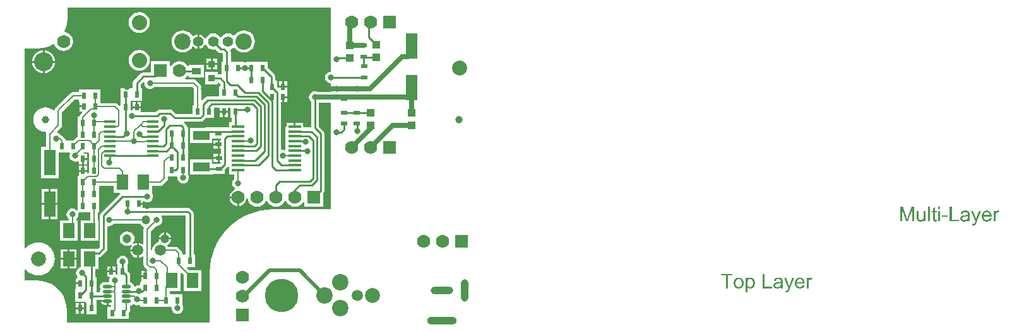
<source format=gtl>
%FSLAX25Y25*%
%MOIN*%
G70*
G01*
G75*
G04 Layer_Physical_Order=1*
G04 Layer_Color=255*
%ADD10R,0.02362X0.03543*%
%ADD11R,0.03543X0.02362*%
%ADD12R,0.03937X0.04331*%
%ADD13R,0.06299X0.13780*%
%ADD14R,0.05000X0.03600*%
%ADD15R,0.03600X0.03600*%
%ADD16R,0.06693X0.01750*%
%ADD17R,0.08661X0.05118*%
%ADD18R,0.06299X0.07874*%
%ADD19O,0.04921X0.01772*%
%ADD20R,0.06102X0.01378*%
%ADD21C,0.01000*%
%ADD22C,0.00800*%
%ADD23C,0.02500*%
%ADD24C,0.02000*%
%ADD25C,0.08000*%
%ADD26C,0.07000*%
%ADD27C,0.10000*%
%ADD28R,0.07000X0.07000*%
%ADD29C,0.04724*%
%ADD30C,0.05906*%
%ADD31R,0.07000X0.07000*%
%ADD32C,0.08661*%
%ADD33C,0.07874*%
G04:AMPARAMS|DCode=34|XSize=118.11mil|YSize=39.37mil|CornerRadius=19.69mil|HoleSize=0mil|Usage=FLASHONLY|Rotation=0.000|XOffset=0mil|YOffset=0mil|HoleType=Round|Shape=RoundedRectangle|*
%AMROUNDEDRECTD34*
21,1,0.11811,0.00000,0,0,0.0*
21,1,0.07874,0.03937,0,0,0.0*
1,1,0.03937,0.03937,0.00000*
1,1,0.03937,-0.03937,0.00000*
1,1,0.03937,-0.03937,0.00000*
1,1,0.03937,0.03937,0.00000*
%
%ADD34ROUNDEDRECTD34*%
%ADD35O,0.15748X0.03937*%
G04:AMPARAMS|DCode=36|XSize=118.11mil|YSize=39.37mil|CornerRadius=19.69mil|HoleSize=0mil|Usage=FLASHONLY|Rotation=90.000|XOffset=0mil|YOffset=0mil|HoleType=Round|Shape=RoundedRectangle|*
%AMROUNDEDRECTD36*
21,1,0.11811,0.00000,0,0,90.0*
21,1,0.07874,0.03937,0,0,90.0*
1,1,0.03937,0.00000,0.03937*
1,1,0.03937,0.00000,-0.03937*
1,1,0.03937,0.00000,-0.03937*
1,1,0.03937,0.00000,0.03937*
%
%ADD36ROUNDEDRECTD36*%
%ADD37C,0.05512*%
%ADD38C,0.17716*%
%ADD39C,0.07874*%
%ADD40C,0.03937*%
%ADD41C,0.03150*%
G36*
X21925Y110114D02*
X22425D01*
Y108177D01*
X24606D01*
Y107177D01*
X22425D01*
Y104905D01*
X23442D01*
X23667Y104360D01*
X22677Y103370D01*
X22257Y102741D01*
X22164Y102272D01*
X21366D01*
Y95728D01*
Y91411D01*
X20759Y91290D01*
X20130Y90870D01*
X19032Y89772D01*
X16272D01*
Y89772D01*
X15728D01*
Y89772D01*
X14921D01*
X14837Y90194D01*
X14417Y90823D01*
X13370Y91870D01*
X12741Y92290D01*
X12459Y92346D01*
X12193Y92693D01*
X11551Y93186D01*
X10803Y93496D01*
X10598Y93523D01*
X10386Y94146D01*
X12370Y96130D01*
X12790Y96759D01*
X12937Y97500D01*
Y104698D01*
X19688Y111449D01*
X21925D01*
Y110114D01*
D02*
G37*
G36*
X397374Y11310D02*
Y11299D01*
X397363Y11266D01*
X397341Y11221D01*
X397319Y11166D01*
X397285Y11088D01*
X397252Y10999D01*
X397174Y10810D01*
X397096Y10599D01*
X397007Y10388D01*
X396919Y10199D01*
X396874Y10122D01*
X396841Y10044D01*
X396830Y10022D01*
X396796Y9966D01*
X396741Y9888D01*
X396674Y9788D01*
X396585Y9677D01*
X396485Y9566D01*
X396385Y9455D01*
X396263Y9366D01*
X396252Y9355D01*
X396207Y9333D01*
X396141Y9299D01*
X396041Y9255D01*
X395930Y9211D01*
X395796Y9177D01*
X395652Y9155D01*
X395485Y9144D01*
X395441D01*
X395385Y9155D01*
X395308D01*
X395219Y9177D01*
X395119Y9199D01*
X395008Y9222D01*
X394885Y9266D01*
X394785Y10144D01*
X394796D01*
X394841Y10133D01*
X394897Y10122D01*
X394963Y10099D01*
X395141Y10066D01*
X395319Y10055D01*
X395374D01*
X395430Y10066D01*
X395497D01*
X395663Y10099D01*
X395741Y10133D01*
X395819Y10166D01*
X395830D01*
X395852Y10188D01*
X395885Y10210D01*
X395930Y10244D01*
X396030Y10333D01*
X396119Y10455D01*
Y10466D01*
X396141Y10488D01*
X396163Y10533D01*
X396185Y10599D01*
X396230Y10688D01*
X396274Y10821D01*
X396341Y10977D01*
X396408Y11166D01*
Y11177D01*
X396430Y11221D01*
X396452Y11299D01*
X396496Y11399D01*
X394386Y16976D01*
X395385D01*
X396552Y13743D01*
Y13732D01*
X396563Y13721D01*
X396574Y13688D01*
X396585Y13632D01*
X396607Y13577D01*
X396630Y13510D01*
X396685Y13355D01*
X396752Y13166D01*
X396819Y12944D01*
X396885Y12710D01*
X396952Y12455D01*
Y12466D01*
X396963Y12488D01*
X396974Y12521D01*
X396985Y12566D01*
X396996Y12621D01*
X397019Y12688D01*
X397063Y12855D01*
X397118Y13044D01*
X397196Y13266D01*
X397263Y13488D01*
X397352Y13721D01*
X398552Y16976D01*
X399496D01*
X397374Y11310D01*
D02*
G37*
G36*
X54634Y44933D02*
X55441Y44314D01*
X56048Y44062D01*
X56292Y43405D01*
X56283Y43351D01*
X56210Y43241D01*
X56063Y42500D01*
Y34877D01*
X55472Y34585D01*
X54993Y34953D01*
X54032Y35351D01*
X53500Y35421D01*
Y31500D01*
Y27579D01*
X54032Y27649D01*
X54993Y28047D01*
X55472Y28415D01*
X56063Y28123D01*
Y24000D01*
X56210Y23259D01*
X56630Y22630D01*
X58095Y21165D01*
X58082Y21016D01*
X57898Y20575D01*
X57547D01*
Y17803D01*
X57047D01*
Y17303D01*
X54866D01*
Y15362D01*
X54866Y15032D01*
X54383Y14772D01*
X54383D01*
X54366D01*
Y13583D01*
X53776Y13065D01*
X53500Y13101D01*
X52697Y12996D01*
X51949Y12686D01*
X51599Y12417D01*
X50961Y12672D01*
X50842Y13270D01*
X50315Y14059D01*
X49525Y14586D01*
X49059Y14679D01*
Y18236D01*
X48904Y19017D01*
X48462Y19678D01*
X47634Y20506D01*
Y23575D01*
X47634Y23575D01*
X47755Y24115D01*
X47996Y24697D01*
X48101Y25500D01*
X47996Y26303D01*
X47686Y27051D01*
X47193Y27693D01*
X46551Y28186D01*
X45803Y28496D01*
X45000Y28601D01*
X44197Y28496D01*
X43449Y28186D01*
X42807Y27693D01*
X42314Y27051D01*
X42004Y26303D01*
X41899Y25500D01*
X42004Y24697D01*
X42232Y24149D01*
X42272Y23575D01*
X42272Y23575D01*
X42272Y23575D01*
Y18914D01*
X41784Y18605D01*
X41228Y18818D01*
Y19803D01*
X36866D01*
Y17531D01*
X38023D01*
X38269Y16941D01*
X38004Y16303D01*
X37899Y15500D01*
X37936Y15215D01*
X37547Y14771D01*
X35405D01*
X34475Y14586D01*
X33685Y14059D01*
X33158Y13270D01*
X32973Y12339D01*
X33158Y11408D01*
X33391Y11059D01*
X33158Y10710D01*
X32973Y9780D01*
X32986Y9716D01*
X32611Y9260D01*
X31134D01*
Y10728D01*
Y17272D01*
X30492D01*
Y21563D01*
X32161D01*
Y27961D01*
X32500D01*
X33280Y28116D01*
X33942Y28558D01*
X36442Y31058D01*
X36884Y31720D01*
X37039Y32500D01*
Y43966D01*
X37630Y44447D01*
X38000Y44399D01*
X38803Y44504D01*
X39551Y44814D01*
X40193Y45307D01*
X40389Y45563D01*
X54151D01*
X54634Y44933D01*
D02*
G37*
G36*
X56444Y120341D02*
X56399Y120000D01*
X56504Y119197D01*
X56814Y118449D01*
X57307Y117807D01*
X57949Y117314D01*
X58697Y117004D01*
X59500Y116899D01*
X60303Y117004D01*
X61051Y117314D01*
X61693Y117807D01*
X61889Y118063D01*
X81698D01*
X82610Y117150D01*
Y108272D01*
X81866D01*
Y103539D01*
X73360D01*
X71521Y105379D01*
X70859Y105821D01*
X70079Y105976D01*
X64567D01*
X63787Y105821D01*
X63125Y105379D01*
X62285Y104539D01*
X54634D01*
Y106697D01*
X50272D01*
Y105840D01*
X50000Y105601D01*
X49672Y105558D01*
X49228Y105948D01*
Y110468D01*
X49228D01*
Y110468D01*
X49719Y110709D01*
X49819Y110728D01*
X55134D01*
Y117272D01*
X54492D01*
Y119224D01*
X55884Y120616D01*
X56444Y120341D01*
D02*
G37*
G36*
X376654Y17087D02*
X376732Y17076D01*
X376898Y17054D01*
X377098Y17010D01*
X377309Y16943D01*
X377520Y16843D01*
X377732Y16721D01*
X377743D01*
X377754Y16699D01*
X377820Y16654D01*
X377920Y16565D01*
X378043Y16454D01*
X378176Y16310D01*
X378309Y16132D01*
X378443Y15921D01*
X378554Y15688D01*
Y15677D01*
X378565Y15654D01*
X378576Y15621D01*
X378598Y15577D01*
X378620Y15510D01*
X378643Y15432D01*
X378698Y15254D01*
X378754Y15032D01*
X378798Y14788D01*
X378832Y14510D01*
X378843Y14221D01*
Y14210D01*
Y14188D01*
Y14143D01*
Y14077D01*
X378832Y13999D01*
Y13910D01*
X378809Y13710D01*
X378765Y13466D01*
X378709Y13210D01*
X378631Y12944D01*
X378532Y12677D01*
Y12666D01*
X378520Y12643D01*
X378498Y12610D01*
X378476Y12566D01*
X378398Y12444D01*
X378298Y12288D01*
X378176Y12121D01*
X378020Y11955D01*
X377843Y11788D01*
X377632Y11632D01*
X377621D01*
X377609Y11621D01*
X377576Y11599D01*
X377532Y11577D01*
X377420Y11521D01*
X377265Y11455D01*
X377076Y11388D01*
X376876Y11333D01*
X376643Y11288D01*
X376410Y11277D01*
X376332D01*
X376243Y11288D01*
X376132Y11299D01*
X375998Y11321D01*
X375854Y11355D01*
X375710Y11399D01*
X375565Y11466D01*
X375554Y11477D01*
X375499Y11499D01*
X375432Y11544D01*
X375343Y11610D01*
X375254Y11677D01*
X375143Y11766D01*
X375043Y11866D01*
X374954Y11977D01*
Y9266D01*
X374010D01*
Y16976D01*
X374865D01*
Y16243D01*
X374876Y16265D01*
X374921Y16310D01*
X374976Y16388D01*
X375065Y16477D01*
X375165Y16588D01*
X375276Y16688D01*
X375410Y16788D01*
X375543Y16876D01*
X375565Y16887D01*
X375610Y16910D01*
X375698Y16943D01*
X375810Y16987D01*
X375943Y17032D01*
X376098Y17065D01*
X376276Y17087D01*
X376476Y17099D01*
X376598D01*
X376654Y17087D01*
D02*
G37*
G36*
X408506D02*
X408629Y17065D01*
X408773Y17021D01*
X408928Y16965D01*
X409106Y16887D01*
X409295Y16788D01*
X408951Y15921D01*
X408940Y15932D01*
X408895Y15954D01*
X408828Y15988D01*
X408740Y16021D01*
X408640Y16054D01*
X408517Y16088D01*
X408395Y16110D01*
X408273Y16121D01*
X408217D01*
X408162Y16110D01*
X408084Y16099D01*
X408006Y16077D01*
X407906Y16043D01*
X407806Y15999D01*
X407718Y15932D01*
X407706Y15921D01*
X407673Y15899D01*
X407640Y15854D01*
X407584Y15799D01*
X407529Y15721D01*
X407473Y15632D01*
X407417Y15532D01*
X407373Y15410D01*
X407362Y15388D01*
X407351Y15321D01*
X407329Y15221D01*
X407295Y15088D01*
X407262Y14921D01*
X407240Y14732D01*
X407229Y14532D01*
X407218Y14310D01*
Y11399D01*
X406273D01*
Y16976D01*
X407129D01*
Y16132D01*
X407140Y16143D01*
X407184Y16221D01*
X407240Y16321D01*
X407329Y16443D01*
X407417Y16565D01*
X407517Y16699D01*
X407618Y16810D01*
X407718Y16899D01*
X407729Y16910D01*
X407762Y16932D01*
X407829Y16965D01*
X407895Y16999D01*
X407984Y17032D01*
X408095Y17065D01*
X408206Y17087D01*
X408328Y17099D01*
X408406D01*
X408506Y17087D01*
D02*
G37*
G36*
X78414Y29272D02*
X77772D01*
X77772Y29272D01*
X77772D01*
X77228D01*
Y29272D01*
X77181Y29272D01*
X76437D01*
Y30000D01*
X76290Y30741D01*
X75870Y31370D01*
X74370Y32870D01*
X73741Y33290D01*
X73000Y33437D01*
X69017D01*
X68889Y33746D01*
X68647Y34062D01*
X68799Y34633D01*
X69084Y34751D01*
X69787Y35289D01*
X70325Y35992D01*
X70664Y36810D01*
X70714Y37187D01*
X64063D01*
X64113Y36810D01*
X64246Y36488D01*
X63874Y35843D01*
X63838Y35838D01*
X62754Y35390D01*
X61824Y34676D01*
X61111Y33746D01*
X60662Y32662D01*
X60528Y31644D01*
X59937Y31683D01*
Y41698D01*
X62680Y44441D01*
X63000Y44399D01*
X63803Y44504D01*
X64551Y44814D01*
X65193Y45307D01*
X65686Y45949D01*
X65996Y46697D01*
X66101Y47500D01*
X65996Y48303D01*
X65686Y49051D01*
X65441Y49370D01*
X65732Y49961D01*
X78414D01*
Y29272D01*
D02*
G37*
G36*
X155000Y126101D02*
X154197Y125996D01*
X153449Y125686D01*
X152807Y125193D01*
X152314Y124551D01*
X152004Y123803D01*
X151899Y123000D01*
X152004Y122197D01*
X152314Y121449D01*
X152807Y120807D01*
X153449Y120314D01*
X154197Y120004D01*
X155000Y119899D01*
Y115274D01*
X147838D01*
X147303Y115496D01*
X146500Y115601D01*
X145697Y115496D01*
X144949Y115186D01*
X144307Y114693D01*
X143814Y114051D01*
X143504Y113303D01*
X143399Y112500D01*
X143504Y111697D01*
X143814Y110949D01*
X144307Y110307D01*
X144461Y110189D01*
Y96480D01*
X140768D01*
Y96816D01*
X140268D01*
Y98875D01*
X136421D01*
Y97000D01*
X135421D01*
Y98875D01*
X131575D01*
Y96816D01*
X131075D01*
Y92066D01*
Y89507D01*
Y86948D01*
Y84815D01*
X130484Y84420D01*
X130303Y84496D01*
X129500Y84601D01*
X129130Y84553D01*
X128539Y85034D01*
Y109827D01*
X129224D01*
Y112598D01*
X129724D01*
Y113098D01*
X131905D01*
Y115339D01*
Y117610D01*
X127273D01*
X126998Y117496D01*
X126500Y117994D01*
Y121382D01*
X125539D01*
Y123453D01*
X125384Y124233D01*
X124942Y124895D01*
X121634Y128203D01*
Y131272D01*
X116319D01*
X116272Y131272D01*
X116000D01*
X115728D01*
X115681Y131272D01*
X110366D01*
X110366Y131272D01*
Y131272D01*
X109776Y131065D01*
X109500Y131101D01*
X109224Y131065D01*
X108634Y131272D01*
Y131272D01*
X108634Y131272D01*
X103319D01*
X103272Y131272D01*
X103000D01*
X102728D01*
X102706D01*
X102116Y131332D01*
Y136424D01*
X101960Y137204D01*
X101879Y137326D01*
X102134Y138007D01*
X102842Y138301D01*
X103429Y138751D01*
X104025Y138762D01*
X104203Y138628D01*
X104821Y137875D01*
X105708Y137147D01*
X106721Y136605D01*
X107820Y136272D01*
X108963Y136159D01*
X110106Y136272D01*
X111205Y136605D01*
X112218Y137147D01*
X113106Y137875D01*
X113835Y138763D01*
X114376Y139776D01*
X114710Y140875D01*
X114822Y142018D01*
X114710Y143161D01*
X114376Y144260D01*
X113835Y145273D01*
X113106Y146161D01*
X112218Y146890D01*
X111205Y147431D01*
X110106Y147765D01*
X108963Y147877D01*
X107820Y147765D01*
X106721Y147431D01*
X105708Y146890D01*
X104821Y146161D01*
X104203Y145408D01*
X104025Y145274D01*
X103429Y145285D01*
X102842Y145736D01*
X101807Y146165D01*
X100696Y146311D01*
X99585Y146165D01*
X98549Y145736D01*
X97660Y145054D01*
X97108Y144334D01*
X96947Y144286D01*
X96570D01*
X96409Y144334D01*
X95857Y145054D01*
X94968Y145736D01*
X93933Y146165D01*
X92822Y146311D01*
X91711Y146165D01*
X90675Y145736D01*
X89786Y145054D01*
X89104Y144165D01*
X88934Y143753D01*
X88295D01*
X88228Y143912D01*
X87626Y144697D01*
X86842Y145299D01*
X85928Y145677D01*
X85448Y145741D01*
Y142018D01*
Y138296D01*
X85928Y138359D01*
X86842Y138737D01*
X87626Y139339D01*
X88228Y140124D01*
X88295Y140283D01*
X88934D01*
X89104Y139872D01*
X89786Y138983D01*
X90675Y138301D01*
X91711Y137872D01*
X92822Y137725D01*
X93933Y137872D01*
X94040Y137916D01*
X95398Y136558D01*
X96060Y136116D01*
X96840Y135961D01*
X96840Y135961D01*
X97655D01*
X98037Y135579D01*
Y131272D01*
X97366D01*
Y124969D01*
X96886Y124462D01*
X96500Y124539D01*
X95300D01*
Y125800D01*
X88700D01*
Y119200D01*
X95300D01*
Y119981D01*
X95890Y120226D01*
X96508Y119608D01*
Y118272D01*
X95866D01*
Y113039D01*
X90000D01*
X89220Y112884D01*
X88558Y112442D01*
X87030Y110914D01*
X86484Y111140D01*
Y117953D01*
X86337Y118694D01*
X85917Y119323D01*
X83870Y121370D01*
X83241Y121790D01*
X82500Y121937D01*
X78237D01*
X78037Y122528D01*
X78566Y122934D01*
X79368Y123978D01*
X79409Y124080D01*
X80000Y123962D01*
Y123000D01*
X88000D01*
Y129600D01*
X80000D01*
Y129038D01*
X79409Y128920D01*
X79368Y129022D01*
X78566Y130066D01*
X77522Y130868D01*
X76305Y131371D01*
X75000Y131543D01*
X73695Y131371D01*
X72478Y130868D01*
X71434Y130066D01*
X70632Y129022D01*
X70591Y128920D01*
X70000Y129038D01*
Y131500D01*
X60000D01*
Y125522D01*
X55867D01*
X55087Y125367D01*
X54425Y124925D01*
X51011Y121511D01*
X50569Y120849D01*
X50414Y120069D01*
Y117272D01*
X49772D01*
Y117272D01*
X49228D01*
Y117272D01*
X43866D01*
Y110728D01*
X43866D01*
Y110468D01*
X43866D01*
Y108145D01*
X43321Y107919D01*
X42370Y108870D01*
X41741Y109290D01*
X41000Y109437D01*
X33193D01*
Y110114D01*
Y116657D01*
X27831D01*
Y116657D01*
X27287D01*
Y116657D01*
X21925D01*
Y115323D01*
X18886D01*
X18145Y115176D01*
X17516Y114756D01*
X9630Y106870D01*
X9210Y106241D01*
X9113Y105751D01*
X8570Y105508D01*
X8476Y105509D01*
X7824Y106044D01*
X6708Y106641D01*
X5498Y107008D01*
X4239Y107132D01*
X2980Y107008D01*
X1770Y106641D01*
X654Y106044D01*
X-323Y105242D01*
X-1126Y104264D01*
X-1722Y103149D01*
X-2089Y101938D01*
X-2213Y100680D01*
X-2089Y99421D01*
X-1722Y98210D01*
X-1126Y97095D01*
X-323Y96117D01*
X654Y95315D01*
X1770Y94718D01*
X2980Y94351D01*
X4239Y94227D01*
X4409Y94244D01*
X4601Y93924D01*
X4698Y93679D01*
X4563Y93000D01*
Y86413D01*
X1850D01*
Y69634D01*
X11150D01*
Y83228D01*
X15728D01*
Y83228D01*
X16272D01*
X16819Y83123D01*
X17143Y82638D01*
X17004Y82303D01*
X16899Y81500D01*
X17004Y80697D01*
X17314Y79949D01*
X17807Y79307D01*
X18449Y78814D01*
X19197Y78504D01*
X20000Y78399D01*
X20803Y78504D01*
X21323Y78720D01*
X21913Y78405D01*
Y77031D01*
X23595D01*
Y79803D01*
X24094D01*
Y80303D01*
X26276D01*
Y82575D01*
X24728D01*
X24412Y83165D01*
X24454Y83228D01*
X26728D01*
X26728Y83228D01*
Y83228D01*
X27138Y82854D01*
X27319Y82657D01*
Y76531D01*
Y72437D01*
X26500D01*
X26276Y72621D01*
Y73106D01*
X21913D01*
Y70835D01*
X21413Y70772D01*
X21413D01*
Y64228D01*
Y58272D01*
X21366D01*
Y52786D01*
X20776Y52585D01*
X20693Y52693D01*
X20051Y53186D01*
X19303Y53496D01*
X18500Y53601D01*
X17697Y53496D01*
X16949Y53186D01*
X16307Y52693D01*
X15814Y52051D01*
X15504Y51303D01*
X15399Y50500D01*
X15504Y49697D01*
X15814Y48949D01*
X16307Y48307D01*
X16563Y48111D01*
Y47437D01*
X11839D01*
Y36563D01*
X21138D01*
Y47437D01*
X20437D01*
Y48111D01*
X20693Y48307D01*
X21186Y48949D01*
X21496Y49697D01*
X21601Y50500D01*
X21517Y51138D01*
X21778Y51562D01*
X21959Y51728D01*
X26681D01*
X26728Y51728D01*
X26728Y51728D01*
X27272D01*
Y51728D01*
X27272Y51728D01*
X28016D01*
Y47437D01*
X22862D01*
Y36563D01*
X32161D01*
Y47437D01*
X31890D01*
Y51728D01*
X32634D01*
Y58031D01*
X32681D01*
Y64228D01*
Y65563D01*
X40339D01*
Y62063D01*
X43425D01*
X43604Y61472D01*
X43558Y61442D01*
X43558Y61442D01*
X33558Y51442D01*
X33116Y50780D01*
X32961Y50000D01*
Y33345D01*
X32053Y32437D01*
X22862D01*
Y22517D01*
X22697Y22496D01*
X21949Y22186D01*
X21307Y21693D01*
X20814Y21051D01*
X20504Y20303D01*
X20399Y19500D01*
X20504Y18697D01*
X20814Y17949D01*
X21265Y17362D01*
X21217Y17130D01*
X21035Y16772D01*
X20366D01*
Y14500D01*
X22547D01*
Y13500D01*
X20366D01*
Y11228D01*
X20043Y10772D01*
X19866D01*
Y4228D01*
X25228D01*
Y4228D01*
X25245D01*
X25772Y3638D01*
Y-2468D01*
X31134D01*
Y4075D01*
X31134D01*
Y4228D01*
X31134D01*
Y5181D01*
X33121D01*
X33137Y5161D01*
X34192D01*
X34475Y4973D01*
X35405Y4788D01*
X36980D01*
Y4661D01*
X37480D01*
Y2739D01*
X38555D01*
X39008Y2367D01*
Y1697D01*
X36886D01*
Y-4846D01*
X42201D01*
X42248Y-4846D01*
X42248Y-4846D01*
X42791D01*
Y-4846D01*
X42791Y-4846D01*
X48154D01*
Y-1633D01*
X48390Y-1397D01*
X48809Y-769D01*
X48957Y-28D01*
Y2301D01*
X49525Y2414D01*
X50315Y2941D01*
X50701Y3005D01*
X50949Y2814D01*
X51697Y2504D01*
X52500Y2399D01*
X53303Y2504D01*
X53776Y2700D01*
X54366Y2358D01*
Y1728D01*
X59728D01*
Y1728D01*
X60272D01*
Y1728D01*
X70345D01*
X70871Y1197D01*
X70851Y1047D01*
X70957Y245D01*
X71267Y-503D01*
X71760Y-1146D01*
X72402Y-1639D01*
X73150Y-1948D01*
X73953Y-2054D01*
X74755Y-1948D01*
X75503Y-1639D01*
X76146Y-1146D01*
X76639Y-503D01*
X76948Y245D01*
X77054Y1047D01*
X76948Y1850D01*
X76639Y2598D01*
X76634Y2604D01*
Y8272D01*
X71319D01*
X71272Y8272D01*
X71000D01*
X70728D01*
X70681Y8272D01*
X69985D01*
Y10063D01*
X75638D01*
Y19351D01*
X76183Y19577D01*
X77362Y18398D01*
Y10063D01*
X86661D01*
Y20937D01*
X80303D01*
X79057Y22183D01*
X79283Y22728D01*
X83134D01*
Y29272D01*
X82492D01*
Y50953D01*
X82337Y51733D01*
X81895Y52395D01*
X80847Y53442D01*
X80186Y53884D01*
X79405Y54039D01*
X55634D01*
Y55697D01*
X53453D01*
Y56697D01*
X55634D01*
Y57196D01*
X56224Y57487D01*
X56449Y57314D01*
X57197Y57004D01*
X58000Y56899D01*
X58803Y57004D01*
X59551Y57314D01*
X60193Y57807D01*
X60686Y58449D01*
X60996Y59197D01*
X61101Y60000D01*
X60996Y60803D01*
X60710Y61493D01*
X60661Y62063D01*
X60661Y62063D01*
X60661Y62063D01*
Y65563D01*
X65000D01*
X65741Y65710D01*
X66370Y66130D01*
X68370Y68130D01*
X68790Y68759D01*
X68937Y69500D01*
Y70728D01*
X73399D01*
X73925Y70200D01*
X73899Y70000D01*
X74004Y69197D01*
X74314Y68449D01*
X74807Y67807D01*
X75449Y67314D01*
X76197Y67004D01*
X77000Y66899D01*
X77803Y67004D01*
X78551Y67314D01*
X79193Y67807D01*
X79686Y68449D01*
X79996Y69197D01*
X80101Y70000D01*
X79996Y70803D01*
X79686Y71551D01*
X79681Y71557D01*
Y77228D01*
Y83728D01*
Y90031D01*
Y96575D01*
X79024D01*
X78884Y97280D01*
X78442Y97942D01*
X77514Y98870D01*
X77564Y99163D01*
X77728Y99461D01*
X86000D01*
X86780Y99616D01*
X87442Y100058D01*
X88942Y101558D01*
X89056Y101728D01*
X93134D01*
Y106961D01*
X96366D01*
Y105303D01*
X100728D01*
Y106961D01*
X101772D01*
Y101532D01*
X102461D01*
Y99375D01*
X101154D01*
Y96480D01*
X88941D01*
X88941Y96480D01*
X88332Y96359D01*
X80669D01*
Y88241D01*
X92331D01*
Y90220D01*
X92425Y90772D01*
X96738D01*
X96961Y90500D01*
Y89728D01*
X96197D01*
Y87547D01*
Y85366D01*
X96961D01*
Y82634D01*
X96303D01*
Y80453D01*
Y78272D01*
X96566D01*
X96797Y77681D01*
X96345Y77228D01*
X92532D01*
X92331Y77736D01*
Y79759D01*
X80669D01*
Y71641D01*
X92331D01*
Y71641D01*
X92532Y71866D01*
X99075D01*
Y74191D01*
X100442Y75558D01*
X100563Y75739D01*
X101154Y75560D01*
Y74152D01*
Y71593D01*
X104063D01*
Y69389D01*
X103807Y69193D01*
X103314Y68551D01*
X103004Y67803D01*
X102899Y67000D01*
X103004Y66197D01*
X103314Y65449D01*
X103807Y64807D01*
X104404Y64349D01*
X104431Y64136D01*
X104385Y63702D01*
X103731Y63431D01*
X102791Y62709D01*
X102069Y61769D01*
X101616Y60675D01*
X101527Y60000D01*
X106000D01*
Y59500D01*
X106500D01*
Y55027D01*
X107175Y55116D01*
X108269Y55569D01*
X109209Y56291D01*
X109931Y57231D01*
X110384Y58325D01*
X110450Y58825D01*
X111046D01*
X111129Y58195D01*
X111633Y56978D01*
X112434Y55934D01*
X113478Y55133D01*
X114695Y54629D01*
X116000Y54457D01*
X117305Y54629D01*
X118522Y55133D01*
X119566Y55934D01*
X120368Y56978D01*
X120680Y57734D01*
X121320D01*
X121633Y56978D01*
X122434Y55934D01*
X123478Y55133D01*
X124695Y54629D01*
X126000Y54457D01*
X127305Y54629D01*
X128522Y55133D01*
X129566Y55934D01*
X130368Y56978D01*
X130680Y57734D01*
X131320D01*
X131632Y56978D01*
X132434Y55934D01*
X133478Y55133D01*
X134695Y54629D01*
X136000Y54457D01*
X137305Y54629D01*
X138522Y55133D01*
X139566Y55934D01*
X140367Y56978D01*
X140409Y57080D01*
X141000Y56962D01*
Y54500D01*
X151000D01*
Y61645D01*
X151384Y62220D01*
X151539Y63000D01*
Y93155D01*
X151384Y93936D01*
X150942Y94597D01*
X148539Y97000D01*
Y109726D01*
X155000D01*
Y94770D01*
X154899Y94000D01*
X155000Y93230D01*
Y53206D01*
X124311D01*
X124210Y53186D01*
X121030Y53030D01*
X117805Y52552D01*
X114641Y51759D01*
X111570Y50660D01*
X108622Y49266D01*
X105825Y47589D01*
X103205Y45647D01*
X100789Y43456D01*
X98598Y41040D01*
X96656Y38420D01*
X94979Y35623D01*
X93585Y32675D01*
X92486Y29604D01*
X91694Y26441D01*
X91215Y23215D01*
X91055Y19957D01*
X91062D01*
Y9436D01*
Y5058D01*
X91078Y4976D01*
Y-6842D01*
X15510D01*
Y-0D01*
X15510Y0D01*
X15524D01*
X15333Y2428D01*
X14764Y4797D01*
X13832Y7048D01*
X12559Y9125D01*
X10977Y10977D01*
X9125Y12559D01*
X7048Y13832D01*
X4797Y14764D01*
X2428Y15333D01*
X0Y15524D01*
Y15510D01*
X-6856D01*
Y21324D01*
X-6266Y21535D01*
X-5679Y20821D01*
X-4355Y19734D01*
X-2844Y18926D01*
X-1205Y18429D01*
X500Y18261D01*
X2205Y18429D01*
X3844Y18926D01*
X5355Y19734D01*
X6679Y20821D01*
X7766Y22145D01*
X8574Y23656D01*
X9071Y25295D01*
X9239Y27000D01*
X9071Y28705D01*
X8574Y30344D01*
X7766Y31855D01*
X6679Y33179D01*
X5355Y34266D01*
X3844Y35074D01*
X2205Y35571D01*
X500Y35739D01*
X-1205Y35571D01*
X-2844Y35074D01*
X-4355Y34266D01*
X-5679Y33179D01*
X-6266Y32465D01*
X-6856Y32676D01*
Y138306D01*
X272D01*
Y138291D01*
X2701Y138482D01*
X5069Y139051D01*
X7320Y139983D01*
X8363Y140622D01*
X9057Y140355D01*
X9412Y139497D01*
X10214Y138452D01*
X11258Y137651D01*
X12474Y137147D01*
X13780Y136975D01*
X15085Y137147D01*
X16301Y137651D01*
X17346Y138452D01*
X18147Y139497D01*
X18651Y140713D01*
X18823Y142018D01*
X18651Y143323D01*
X18147Y144540D01*
X17346Y145584D01*
X16301Y146386D01*
X15085Y146889D01*
X14684Y146942D01*
X14389Y147454D01*
X15037Y149018D01*
X15605Y151387D01*
X15788Y153712D01*
X15812Y153829D01*
Y159973D01*
X155000D01*
Y126101D01*
D02*
G37*
G36*
X402774Y17087D02*
X402862Y17076D01*
X402974Y17054D01*
X403096Y17032D01*
X403240Y16999D01*
X403373Y16965D01*
X403529Y16910D01*
X403673Y16854D01*
X403829Y16776D01*
X403984Y16688D01*
X404140Y16588D01*
X404284Y16465D01*
X404418Y16332D01*
X404429Y16321D01*
X404451Y16299D01*
X404485Y16254D01*
X404529Y16188D01*
X404585Y16110D01*
X404640Y16021D01*
X404707Y15910D01*
X404773Y15777D01*
X404840Y15632D01*
X404907Y15477D01*
X404962Y15299D01*
X405018Y15110D01*
X405062Y14899D01*
X405095Y14677D01*
X405118Y14443D01*
X405129Y14188D01*
Y14177D01*
Y14132D01*
Y14054D01*
X405118Y13943D01*
X400951D01*
Y13932D01*
Y13899D01*
X400963Y13855D01*
Y13788D01*
X400974Y13710D01*
X400996Y13621D01*
X401029Y13421D01*
X401096Y13199D01*
X401185Y12955D01*
X401307Y12732D01*
X401463Y12532D01*
X401474D01*
X401485Y12510D01*
X401551Y12455D01*
X401651Y12377D01*
X401785Y12299D01*
X401963Y12210D01*
X402163Y12133D01*
X402385Y12077D01*
X402507Y12066D01*
X402640Y12055D01*
X402729D01*
X402829Y12066D01*
X402951Y12088D01*
X403085Y12121D01*
X403240Y12166D01*
X403385Y12233D01*
X403529Y12321D01*
X403540Y12332D01*
X403596Y12377D01*
X403662Y12444D01*
X403740Y12532D01*
X403829Y12655D01*
X403929Y12810D01*
X404029Y12988D01*
X404118Y13199D01*
X405095Y13077D01*
Y13066D01*
X405084Y13044D01*
X405073Y12999D01*
X405051Y12932D01*
X405018Y12866D01*
X404984Y12777D01*
X404895Y12588D01*
X404784Y12377D01*
X404629Y12155D01*
X404451Y11944D01*
X404229Y11744D01*
X404218D01*
X404196Y11721D01*
X404162Y11699D01*
X404118Y11666D01*
X404051Y11632D01*
X403984Y11599D01*
X403896Y11555D01*
X403796Y11510D01*
X403685Y11466D01*
X403573Y11421D01*
X403296Y11355D01*
X402985Y11299D01*
X402640Y11277D01*
X402518D01*
X402440Y11288D01*
X402340Y11299D01*
X402218Y11321D01*
X402085Y11344D01*
X401940Y11366D01*
X401629Y11455D01*
X401463Y11521D01*
X401307Y11588D01*
X401140Y11677D01*
X400985Y11777D01*
X400840Y11888D01*
X400696Y12021D01*
X400685Y12032D01*
X400663Y12055D01*
X400629Y12099D01*
X400585Y12166D01*
X400529Y12244D01*
X400474Y12332D01*
X400407Y12444D01*
X400340Y12566D01*
X400274Y12710D01*
X400207Y12866D01*
X400152Y13044D01*
X400096Y13232D01*
X400052Y13432D01*
X400018Y13655D01*
X399996Y13888D01*
X399985Y14132D01*
Y14143D01*
Y14199D01*
Y14266D01*
X399996Y14366D01*
X400007Y14488D01*
X400018Y14621D01*
X400040Y14777D01*
X400074Y14932D01*
X400163Y15288D01*
X400218Y15465D01*
X400285Y15654D01*
X400374Y15832D01*
X400474Y15999D01*
X400585Y16165D01*
X400707Y16321D01*
X400718Y16332D01*
X400740Y16354D01*
X400785Y16388D01*
X400840Y16443D01*
X400907Y16499D01*
X400996Y16565D01*
X401096Y16643D01*
X401218Y16710D01*
X401340Y16788D01*
X401485Y16854D01*
X401640Y16921D01*
X401807Y16976D01*
X401985Y17032D01*
X402174Y17065D01*
X402374Y17087D01*
X402585Y17099D01*
X402696D01*
X402774Y17087D01*
D02*
G37*
G36*
X370477D02*
X370577Y17076D01*
X370688Y17054D01*
X370810Y17032D01*
X370954Y17010D01*
X371254Y16910D01*
X371410Y16854D01*
X371566Y16776D01*
X371721Y16699D01*
X371877Y16588D01*
X372021Y16477D01*
X372165Y16343D01*
X372177Y16332D01*
X372199Y16310D01*
X372232Y16265D01*
X372277Y16210D01*
X372332Y16132D01*
X372399Y16032D01*
X372465Y15921D01*
X372532Y15799D01*
X372599Y15665D01*
X372665Y15499D01*
X372732Y15332D01*
X372788Y15143D01*
X372832Y14943D01*
X372865Y14732D01*
X372888Y14510D01*
X372899Y14266D01*
Y14254D01*
Y14221D01*
Y14166D01*
Y14088D01*
X372888Y13999D01*
X372877Y13888D01*
Y13777D01*
X372854Y13655D01*
X372821Y13377D01*
X372754Y13099D01*
X372676Y12821D01*
X372565Y12566D01*
Y12555D01*
X372554Y12543D01*
X372532Y12510D01*
X372510Y12466D01*
X372432Y12355D01*
X372332Y12221D01*
X372199Y12066D01*
X372032Y11910D01*
X371843Y11755D01*
X371621Y11610D01*
X371610D01*
X371599Y11599D01*
X371566Y11577D01*
X371510Y11555D01*
X371454Y11532D01*
X371388Y11510D01*
X371221Y11444D01*
X371032Y11388D01*
X370799Y11333D01*
X370554Y11288D01*
X370288Y11277D01*
X370177D01*
X370088Y11288D01*
X369988Y11299D01*
X369877Y11321D01*
X369743Y11344D01*
X369610Y11366D01*
X369310Y11455D01*
X369144Y11521D01*
X368988Y11588D01*
X368832Y11677D01*
X368677Y11777D01*
X368532Y11888D01*
X368388Y12021D01*
X368377Y12032D01*
X368355Y12055D01*
X368321Y12099D01*
X368277Y12166D01*
X368221Y12244D01*
X368166Y12332D01*
X368099Y12444D01*
X368033Y12577D01*
X367966Y12721D01*
X367899Y12888D01*
X367844Y13066D01*
X367788Y13255D01*
X367744Y13466D01*
X367710Y13688D01*
X367688Y13932D01*
X367677Y14188D01*
Y14210D01*
Y14254D01*
X367688Y14332D01*
Y14443D01*
X367699Y14566D01*
X367722Y14721D01*
X367744Y14877D01*
X367788Y15054D01*
X367833Y15232D01*
X367888Y15421D01*
X367955Y15621D01*
X368044Y15810D01*
X368132Y15988D01*
X368255Y16165D01*
X368377Y16332D01*
X368532Y16477D01*
X368544Y16488D01*
X368566Y16499D01*
X368610Y16532D01*
X368666Y16577D01*
X368733Y16621D01*
X368821Y16677D01*
X368910Y16732D01*
X369021Y16788D01*
X369144Y16843D01*
X369277Y16899D01*
X369577Y16999D01*
X369921Y17076D01*
X370099Y17087D01*
X370288Y17099D01*
X370399D01*
X370477Y17087D01*
D02*
G37*
G36*
X367099Y18176D02*
X364566D01*
Y11399D01*
X363544D01*
Y18176D01*
X361011D01*
Y19087D01*
X367099D01*
Y18176D01*
D02*
G37*
G36*
X391552Y17087D02*
X391719Y17076D01*
X391908Y17054D01*
X392097Y17021D01*
X392286Y16976D01*
X392463Y16921D01*
X392486Y16910D01*
X392541Y16887D01*
X392619Y16854D01*
X392719Y16810D01*
X392830Y16743D01*
X392941Y16677D01*
X393041Y16588D01*
X393130Y16499D01*
X393141Y16488D01*
X393163Y16454D01*
X393197Y16399D01*
X393241Y16332D01*
X393297Y16232D01*
X393341Y16132D01*
X393386Y16010D01*
X393419Y15865D01*
Y15854D01*
X393430Y15821D01*
X393441Y15754D01*
X393452Y15665D01*
Y15543D01*
X393463Y15399D01*
X393474Y15210D01*
Y14999D01*
Y13732D01*
Y13721D01*
Y13677D01*
Y13610D01*
Y13521D01*
Y13421D01*
Y13299D01*
X393486Y13032D01*
Y12755D01*
X393497Y12477D01*
X393508Y12355D01*
Y12244D01*
X393519Y12144D01*
X393530Y12066D01*
Y12055D01*
X393541Y12010D01*
X393552Y11944D01*
X393586Y11855D01*
X393608Y11755D01*
X393652Y11644D01*
X393708Y11521D01*
X393763Y11399D01*
X392775D01*
X392763Y11410D01*
X392752Y11455D01*
X392730Y11510D01*
X392697Y11599D01*
X392663Y11699D01*
X392641Y11821D01*
X392619Y11955D01*
X392597Y12099D01*
X392586D01*
X392575Y12077D01*
X392508Y12021D01*
X392408Y11944D01*
X392275Y11844D01*
X392108Y11744D01*
X391941Y11632D01*
X391763Y11532D01*
X391575Y11455D01*
X391552Y11444D01*
X391486Y11433D01*
X391386Y11399D01*
X391264Y11366D01*
X391108Y11333D01*
X390930Y11310D01*
X390730Y11288D01*
X390530Y11277D01*
X390441D01*
X390375Y11288D01*
X390297D01*
X390208Y11299D01*
X390008Y11333D01*
X389786Y11388D01*
X389542Y11466D01*
X389319Y11577D01*
X389119Y11721D01*
X389097Y11744D01*
X389042Y11799D01*
X388964Y11899D01*
X388875Y12032D01*
X388786Y12199D01*
X388708Y12388D01*
X388653Y12621D01*
X388642Y12732D01*
X388631Y12866D01*
Y12888D01*
Y12932D01*
X388642Y13010D01*
X388653Y13110D01*
X388675Y13232D01*
X388708Y13355D01*
X388753Y13488D01*
X388808Y13610D01*
X388819Y13621D01*
X388842Y13666D01*
X388886Y13732D01*
X388942Y13810D01*
X389008Y13899D01*
X389097Y13988D01*
X389186Y14077D01*
X389297Y14154D01*
X389308Y14166D01*
X389353Y14188D01*
X389408Y14232D01*
X389497Y14277D01*
X389597Y14321D01*
X389719Y14377D01*
X389842Y14421D01*
X389986Y14466D01*
X389997D01*
X390041Y14477D01*
X390108Y14499D01*
X390197Y14510D01*
X390308Y14532D01*
X390453Y14554D01*
X390619Y14588D01*
X390819Y14610D01*
X390830D01*
X390875Y14621D01*
X390930D01*
X391008Y14632D01*
X391097Y14643D01*
X391208Y14665D01*
X391330Y14677D01*
X391463Y14699D01*
X391730Y14754D01*
X392019Y14810D01*
X392275Y14877D01*
X392397Y14910D01*
X392508Y14943D01*
Y14954D01*
Y14977D01*
X392519Y15043D01*
Y15121D01*
Y15166D01*
Y15188D01*
Y15199D01*
Y15210D01*
Y15277D01*
X392508Y15388D01*
X392486Y15510D01*
X392452Y15643D01*
X392397Y15777D01*
X392330Y15899D01*
X392241Y15999D01*
X392230Y16010D01*
X392175Y16054D01*
X392086Y16099D01*
X391975Y16165D01*
X391819Y16221D01*
X391641Y16276D01*
X391419Y16310D01*
X391164Y16321D01*
X391053D01*
X390941Y16310D01*
X390786Y16288D01*
X390630Y16265D01*
X390464Y16221D01*
X390308Y16165D01*
X390175Y16088D01*
X390164Y16077D01*
X390119Y16043D01*
X390064Y15988D01*
X389997Y15899D01*
X389930Y15788D01*
X389853Y15643D01*
X389786Y15465D01*
X389719Y15266D01*
X388797Y15388D01*
Y15399D01*
X388808Y15410D01*
Y15443D01*
X388819Y15488D01*
X388853Y15588D01*
X388897Y15732D01*
X388953Y15877D01*
X389019Y16032D01*
X389108Y16188D01*
X389208Y16332D01*
X389219Y16343D01*
X389264Y16388D01*
X389330Y16454D01*
X389419Y16543D01*
X389542Y16632D01*
X389686Y16721D01*
X389853Y16821D01*
X390041Y16899D01*
X390053D01*
X390064Y16910D01*
X390097Y16921D01*
X390141Y16932D01*
X390253Y16965D01*
X390408Y16999D01*
X390586Y17032D01*
X390808Y17065D01*
X391041Y17087D01*
X391308Y17099D01*
X391430D01*
X391552Y17087D01*
D02*
G37*
G36*
X384075Y12310D02*
X387864D01*
Y11399D01*
X383053D01*
Y19087D01*
X384075D01*
Y12310D01*
D02*
G37*
%LPC*%
G36*
X20638Y26500D02*
X16988D01*
Y22063D01*
X20638D01*
Y26500D01*
D02*
G37*
G36*
X41228Y23075D02*
X39547D01*
Y20803D01*
X41228D01*
Y23075D01*
D02*
G37*
G36*
X15988Y26500D02*
X12339D01*
Y22063D01*
X15988D01*
Y26500D01*
D02*
G37*
G36*
Y31937D02*
X12339D01*
Y27500D01*
X15988D01*
Y31937D01*
D02*
G37*
G36*
X66889Y41013D02*
X66511Y40963D01*
X65693Y40624D01*
X64991Y40085D01*
X64452Y39383D01*
X64113Y38565D01*
X64063Y38187D01*
X66889D01*
Y41013D01*
D02*
G37*
G36*
X67889D02*
Y38187D01*
X70714D01*
X70664Y38565D01*
X70325Y39383D01*
X69787Y40085D01*
X69084Y40624D01*
X68266Y40963D01*
X67889Y41013D01*
D02*
G37*
G36*
X47389Y41583D02*
X46380Y41450D01*
X45441Y41061D01*
X44634Y40442D01*
X44015Y39635D01*
X43626Y38696D01*
X43493Y37687D01*
X43626Y36679D01*
X44015Y35740D01*
X44634Y34933D01*
X45441Y34314D01*
X46380Y33925D01*
X47389Y33792D01*
X48397Y33925D01*
X49336Y34314D01*
X49570Y34493D01*
X49991Y34072D01*
X49547Y33493D01*
X49149Y32532D01*
X49079Y32000D01*
X52500D01*
Y35421D01*
X51968Y35351D01*
X51007Y34953D01*
X50754Y34759D01*
X50333Y35180D01*
X50762Y35740D01*
X51151Y36679D01*
X51284Y37687D01*
X51151Y38696D01*
X50762Y39635D01*
X50143Y40442D01*
X49336Y41061D01*
X48397Y41450D01*
X47389Y41583D01*
D02*
G37*
G36*
X20638Y31937D02*
X16988D01*
Y27500D01*
X20638D01*
Y31937D01*
D02*
G37*
G36*
X52500Y31000D02*
X49079D01*
X49149Y30468D01*
X49547Y29507D01*
X50181Y28681D01*
X51007Y28047D01*
X51968Y27649D01*
X52500Y27579D01*
Y31000D01*
D02*
G37*
G36*
X402596Y16321D02*
X402529D01*
X402485Y16310D01*
X402362Y16299D01*
X402218Y16265D01*
X402040Y16210D01*
X401851Y16132D01*
X401674Y16021D01*
X401496Y15877D01*
X401474Y15854D01*
X401429Y15799D01*
X401351Y15699D01*
X401274Y15565D01*
X401185Y15410D01*
X401107Y15210D01*
X401040Y14977D01*
X401007Y14721D01*
X404129D01*
Y14732D01*
Y14754D01*
X404118Y14788D01*
Y14832D01*
X404096Y14965D01*
X404062Y15110D01*
X404007Y15288D01*
X403951Y15454D01*
X403862Y15621D01*
X403762Y15765D01*
Y15777D01*
X403740Y15788D01*
X403685Y15854D01*
X403584Y15943D01*
X403451Y16043D01*
X403285Y16143D01*
X403085Y16232D01*
X402851Y16299D01*
X402729Y16310D01*
X402596Y16321D01*
D02*
G37*
G36*
X22047Y303D02*
X20366D01*
Y-1969D01*
X22047D01*
Y303D01*
D02*
G37*
G36*
X376387Y16354D02*
X376332D01*
X376287Y16343D01*
X376176Y16321D01*
X376032Y16288D01*
X375865Y16221D01*
X375687Y16121D01*
X375587Y16054D01*
X375499Y15977D01*
X375410Y15888D01*
X375321Y15788D01*
Y15777D01*
X375299Y15765D01*
X375276Y15732D01*
X375254Y15688D01*
X375221Y15621D01*
X375176Y15554D01*
X375132Y15465D01*
X375098Y15377D01*
X375054Y15266D01*
X375010Y15143D01*
X374976Y15010D01*
X374932Y14865D01*
X374910Y14699D01*
X374887Y14532D01*
X374865Y14355D01*
Y14154D01*
Y14143D01*
Y14110D01*
Y14054D01*
X374876Y13977D01*
Y13888D01*
X374887Y13788D01*
X374921Y13555D01*
X374976Y13288D01*
X375043Y13032D01*
X375154Y12777D01*
X375221Y12666D01*
X375299Y12566D01*
X375321Y12543D01*
X375376Y12488D01*
X375465Y12399D01*
X375587Y12310D01*
X375743Y12221D01*
X375921Y12133D01*
X376121Y12077D01*
X376232Y12066D01*
X376343Y12055D01*
X376410D01*
X376454Y12066D01*
X376565Y12088D01*
X376721Y12121D01*
X376887Y12188D01*
X377065Y12277D01*
X377243Y12410D01*
X377332Y12488D01*
X377420Y12577D01*
Y12588D01*
X377443Y12599D01*
X377465Y12632D01*
X377487Y12677D01*
X377532Y12732D01*
X377565Y12810D01*
X377609Y12888D01*
X377654Y12988D01*
X377687Y13088D01*
X377732Y13221D01*
X377776Y13355D01*
X377809Y13499D01*
X377832Y13666D01*
X377854Y13843D01*
X377876Y14032D01*
Y14232D01*
Y14243D01*
Y14277D01*
Y14332D01*
X377865Y14410D01*
Y14499D01*
X377854Y14599D01*
X377820Y14832D01*
X377765Y15088D01*
X377687Y15343D01*
X377576Y15599D01*
X377509Y15721D01*
X377432Y15821D01*
Y15832D01*
X377409Y15843D01*
X377354Y15910D01*
X377265Y15988D01*
X377143Y16088D01*
X376987Y16188D01*
X376810Y16276D01*
X376609Y16332D01*
X376498Y16343D01*
X376387Y16354D01*
D02*
G37*
G36*
X392519Y14199D02*
X392508D01*
X392497Y14188D01*
X392463Y14177D01*
X392419Y14166D01*
X392364Y14143D01*
X392297Y14121D01*
X392219Y14099D01*
X392130Y14077D01*
X392030Y14043D01*
X391908Y14021D01*
X391786Y13988D01*
X391641Y13954D01*
X391486Y13921D01*
X391330Y13888D01*
X391153Y13866D01*
X390964Y13832D01*
X390941D01*
X390875Y13821D01*
X390764Y13799D01*
X390641Y13777D01*
X390508Y13755D01*
X390375Y13721D01*
X390253Y13688D01*
X390141Y13643D01*
X390130D01*
X390097Y13621D01*
X390053Y13599D01*
X390008Y13566D01*
X389875Y13477D01*
X389764Y13343D01*
Y13332D01*
X389741Y13310D01*
X389730Y13266D01*
X389708Y13210D01*
X389686Y13144D01*
X389664Y13077D01*
X389653Y12988D01*
X389641Y12899D01*
Y12888D01*
Y12832D01*
X389653Y12766D01*
X389675Y12677D01*
X389708Y12577D01*
X389764Y12477D01*
X389830Y12366D01*
X389919Y12266D01*
X389930Y12255D01*
X389975Y12233D01*
X390041Y12188D01*
X390130Y12144D01*
X390253Y12099D01*
X390397Y12055D01*
X390564Y12032D01*
X390764Y12021D01*
X390852D01*
X390964Y12032D01*
X391086Y12055D01*
X391241Y12077D01*
X391397Y12121D01*
X391564Y12177D01*
X391730Y12255D01*
X391752Y12266D01*
X391797Y12299D01*
X391875Y12355D01*
X391964Y12432D01*
X392063Y12521D01*
X392175Y12632D01*
X392264Y12766D01*
X392352Y12910D01*
X392364Y12921D01*
X392375Y12966D01*
X392397Y13044D01*
X392430Y13144D01*
X392463Y13277D01*
X392486Y13432D01*
X392497Y13621D01*
X392508Y13843D01*
X392519Y14199D01*
D02*
G37*
G36*
X370288Y16321D02*
X370221D01*
X370166Y16310D01*
X370043Y16299D01*
X369877Y16254D01*
X369688Y16188D01*
X369488Y16099D01*
X369299Y15965D01*
X369199Y15877D01*
X369110Y15788D01*
Y15777D01*
X369088Y15765D01*
X369066Y15732D01*
X369033Y15688D01*
X368999Y15632D01*
X368966Y15565D01*
X368921Y15477D01*
X368877Y15388D01*
X368832Y15277D01*
X368788Y15166D01*
X368755Y15032D01*
X368721Y14888D01*
X368688Y14732D01*
X368666Y14566D01*
X368655Y14377D01*
X368644Y14188D01*
Y14177D01*
Y14143D01*
Y14088D01*
X368655Y14010D01*
Y13921D01*
X368666Y13821D01*
X368699Y13588D01*
X368755Y13321D01*
X368844Y13055D01*
X368955Y12799D01*
X369033Y12688D01*
X369110Y12577D01*
X369121D01*
X369132Y12555D01*
X369199Y12499D01*
X369299Y12410D01*
X369432Y12321D01*
X369599Y12221D01*
X369799Y12133D01*
X370032Y12077D01*
X370155Y12066D01*
X370288Y12055D01*
X370355D01*
X370410Y12066D01*
X370532Y12088D01*
X370699Y12121D01*
X370877Y12188D01*
X371077Y12277D01*
X371266Y12410D01*
X371365Y12499D01*
X371454Y12588D01*
X371465Y12599D01*
X371477Y12610D01*
X371499Y12643D01*
X371532Y12688D01*
X371566Y12743D01*
X371610Y12810D01*
X371654Y12899D01*
X371699Y12988D01*
X371743Y13099D01*
X371777Y13221D01*
X371821Y13355D01*
X371854Y13499D01*
X371888Y13666D01*
X371910Y13832D01*
X371932Y14021D01*
Y14221D01*
Y14232D01*
Y14266D01*
Y14321D01*
X371921Y14388D01*
Y14477D01*
X371910Y14577D01*
X371877Y14810D01*
X371821Y15054D01*
X371732Y15321D01*
X371610Y15565D01*
X371543Y15688D01*
X371454Y15788D01*
Y15799D01*
X371432Y15810D01*
X371365Y15877D01*
X371266Y15954D01*
X371132Y16054D01*
X370966Y16154D01*
X370766Y16243D01*
X370543Y16299D01*
X370421Y16310D01*
X370288Y16321D01*
D02*
G37*
G36*
X24728Y303D02*
X23047D01*
Y-1969D01*
X24728D01*
Y303D01*
D02*
G37*
G36*
X56547Y20575D02*
X54866D01*
Y18303D01*
X56547D01*
Y20575D01*
D02*
G37*
G36*
X38547Y23075D02*
X36866D01*
Y20803D01*
X38547D01*
Y23075D01*
D02*
G37*
G36*
X36480Y4161D02*
X33582D01*
X33629Y3926D01*
X34046Y3302D01*
X34670Y2885D01*
X35405Y2739D01*
X36480D01*
Y4161D01*
D02*
G37*
G36*
X22047Y3575D02*
X20366D01*
Y1303D01*
X22047D01*
Y3575D01*
D02*
G37*
G36*
X24728D02*
X23047D01*
Y1303D01*
X24728D01*
Y3575D01*
D02*
G37*
G36*
X2792Y130745D02*
X-2688D01*
X-2621Y130069D01*
X-2278Y128938D01*
X-1721Y127895D01*
X-971Y126982D01*
X-58Y126232D01*
X985Y125675D01*
X2116Y125332D01*
X2792Y125265D01*
Y130745D01*
D02*
G37*
G36*
X9272D02*
X3792D01*
Y125265D01*
X4468Y125332D01*
X5599Y125675D01*
X6642Y126232D01*
X7555Y126982D01*
X8305Y127895D01*
X8862Y128938D01*
X9205Y130069D01*
X9272Y130745D01*
D02*
G37*
G36*
X53780Y137566D02*
X52344Y137377D01*
X51006Y136822D01*
X49857Y135941D01*
X48975Y134792D01*
X48421Y133454D01*
X48232Y132018D01*
X48421Y130582D01*
X48975Y129244D01*
X49857Y128095D01*
X51006Y127214D01*
X52344Y126660D01*
X53780Y126471D01*
X55215Y126660D01*
X56553Y127214D01*
X57702Y128095D01*
X58584Y129244D01*
X59138Y130582D01*
X59327Y132018D01*
X59138Y133454D01*
X58584Y134792D01*
X57702Y135941D01*
X56553Y136822D01*
X55215Y137377D01*
X53780Y137566D01*
D02*
G37*
G36*
X131905Y120882D02*
X130224D01*
Y118610D01*
X131905D01*
Y120882D01*
D02*
G37*
G36*
X54634Y109968D02*
X52953D01*
Y107697D01*
X54634D01*
Y109968D01*
D02*
G37*
G36*
X131905Y112098D02*
X130224D01*
Y109827D01*
X131905D01*
Y112098D01*
D02*
G37*
G36*
X129224Y120882D02*
X127543D01*
Y118610D01*
X129224D01*
Y120882D01*
D02*
G37*
G36*
X91500Y129500D02*
X89200D01*
Y127200D01*
X91500D01*
Y129500D01*
D02*
G37*
G36*
X3792Y137225D02*
Y131745D01*
X9272D01*
X9205Y132421D01*
X8862Y133552D01*
X8305Y134594D01*
X7555Y135508D01*
X6642Y136258D01*
X5599Y136815D01*
X4468Y137158D01*
X3792Y137225D01*
D02*
G37*
G36*
X76680Y147877D02*
X75537Y147765D01*
X74438Y147431D01*
X73425Y146890D01*
X72537Y146161D01*
X71808Y145273D01*
X71267Y144260D01*
X70934Y143161D01*
X70821Y142018D01*
X70934Y140875D01*
X71267Y139776D01*
X71808Y138763D01*
X72537Y137875D01*
X73425Y137147D01*
X74438Y136605D01*
X75537Y136272D01*
X76680Y136159D01*
X77823Y136272D01*
X78922Y136605D01*
X79935Y137147D01*
X80823Y137875D01*
X81551Y138763D01*
X81753Y139141D01*
X82453Y139198D01*
X83053Y138737D01*
X83967Y138359D01*
X84448Y138296D01*
Y142018D01*
Y145741D01*
X83967Y145677D01*
X83053Y145299D01*
X82453Y144839D01*
X81753Y144895D01*
X81551Y145273D01*
X80823Y146161D01*
X79935Y146890D01*
X78922Y147431D01*
X77823Y147765D01*
X76680Y147877D01*
D02*
G37*
G36*
X53780Y157566D02*
X52344Y157377D01*
X51006Y156822D01*
X49857Y155941D01*
X48975Y154792D01*
X48421Y153454D01*
X48232Y152018D01*
X48421Y150582D01*
X48975Y149244D01*
X49857Y148096D01*
X51006Y147214D01*
X52344Y146660D01*
X53780Y146471D01*
X55215Y146660D01*
X56553Y147214D01*
X57702Y148096D01*
X58584Y149244D01*
X59138Y150582D01*
X59327Y152018D01*
X59138Y153454D01*
X58584Y154792D01*
X57702Y155941D01*
X56553Y156822D01*
X55215Y157377D01*
X53780Y157566D01*
D02*
G37*
G36*
X2792Y137225D02*
X2116Y137158D01*
X985Y136815D01*
X-58Y136258D01*
X-971Y135508D01*
X-1721Y134594D01*
X-2278Y133552D01*
X-2621Y132421D01*
X-2688Y131745D01*
X2792D01*
Y137225D01*
D02*
G37*
G36*
X94800Y129500D02*
X92500D01*
Y127200D01*
X94800D01*
Y129500D01*
D02*
G37*
G36*
X91500Y132800D02*
X89200D01*
Y130500D01*
X91500D01*
Y132800D01*
D02*
G37*
G36*
X94800D02*
X92500D01*
Y130500D01*
X94800D01*
Y132800D01*
D02*
G37*
G36*
X10650Y63866D02*
X7000D01*
Y56476D01*
X10650D01*
Y63866D01*
D02*
G37*
G36*
X23595Y76378D02*
X21913D01*
Y74106D01*
X23595D01*
Y76378D01*
D02*
G37*
G36*
X26276D02*
X24595D01*
Y74106D01*
X26276D01*
Y76378D01*
D02*
G37*
G36*
X6000Y63866D02*
X2350D01*
Y56476D01*
X6000D01*
Y63866D01*
D02*
G37*
G36*
Y55476D02*
X2350D01*
Y48087D01*
X6000D01*
Y55476D01*
D02*
G37*
G36*
X10650D02*
X7000D01*
Y48087D01*
X10650D01*
Y55476D01*
D02*
G37*
G36*
X105500Y59000D02*
X101527D01*
X101616Y58325D01*
X102069Y57231D01*
X102791Y56291D01*
X103731Y55569D01*
X104825Y55116D01*
X105500Y55027D01*
Y59000D01*
D02*
G37*
G36*
X26276Y79303D02*
X24595D01*
Y77031D01*
X26276D01*
Y79303D01*
D02*
G37*
G36*
X98047Y104303D02*
X96366D01*
Y102032D01*
X98047D01*
Y104303D01*
D02*
G37*
G36*
X100728D02*
X99047D01*
Y102032D01*
X100728D01*
Y104303D01*
D02*
G37*
G36*
X51953Y109968D02*
X50272D01*
Y107697D01*
X51953D01*
Y109968D01*
D02*
G37*
G36*
X95197Y89728D02*
X92925D01*
Y88047D01*
X95197D01*
Y89728D01*
D02*
G37*
G36*
X95303Y79953D02*
X93032D01*
Y78272D01*
X95303D01*
Y79953D01*
D02*
G37*
G36*
Y82634D02*
X93032D01*
Y80953D01*
X95303D01*
Y82634D01*
D02*
G37*
G36*
X95197Y87047D02*
X92925D01*
Y85366D01*
X95197D01*
Y87047D01*
D02*
G37*
%LPD*%
G36*
X476664Y46832D02*
X475719D01*
Y52409D01*
X476664D01*
Y46832D01*
D02*
G37*
G36*
X482785Y47743D02*
X486574D01*
Y46832D01*
X481763D01*
Y54520D01*
X482785D01*
Y47743D01*
D02*
G37*
G36*
X490262Y52521D02*
X490429Y52509D01*
X490618Y52487D01*
X490807Y52454D01*
X490996Y52409D01*
X491173Y52354D01*
X491196Y52343D01*
X491251Y52321D01*
X491329Y52287D01*
X491429Y52243D01*
X491540Y52176D01*
X491651Y52109D01*
X491751Y52021D01*
X491840Y51932D01*
X491851Y51921D01*
X491873Y51887D01*
X491907Y51832D01*
X491951Y51765D01*
X492007Y51665D01*
X492051Y51565D01*
X492096Y51443D01*
X492129Y51298D01*
Y51287D01*
X492140Y51254D01*
X492151Y51187D01*
X492162Y51099D01*
Y50976D01*
X492173Y50832D01*
X492184Y50643D01*
Y50432D01*
Y49165D01*
Y49154D01*
Y49110D01*
Y49043D01*
Y48954D01*
Y48854D01*
Y48732D01*
X492196Y48465D01*
Y48188D01*
X492207Y47910D01*
X492218Y47788D01*
Y47677D01*
X492229Y47577D01*
X492240Y47499D01*
Y47488D01*
X492251Y47443D01*
X492262Y47377D01*
X492296Y47288D01*
X492318Y47188D01*
X492362Y47077D01*
X492418Y46955D01*
X492473Y46832D01*
X491484D01*
X491473Y46843D01*
X491462Y46888D01*
X491440Y46943D01*
X491407Y47032D01*
X491373Y47132D01*
X491351Y47254D01*
X491329Y47388D01*
X491307Y47532D01*
X491296D01*
X491285Y47510D01*
X491218Y47454D01*
X491118Y47377D01*
X490985Y47277D01*
X490818Y47177D01*
X490651Y47066D01*
X490474Y46966D01*
X490285Y46888D01*
X490262Y46877D01*
X490196Y46866D01*
X490096Y46832D01*
X489973Y46799D01*
X489818Y46766D01*
X489640Y46743D01*
X489440Y46721D01*
X489240Y46710D01*
X489151D01*
X489085Y46721D01*
X489007D01*
X488918Y46732D01*
X488718Y46766D01*
X488496Y46821D01*
X488251Y46899D01*
X488029Y47010D01*
X487829Y47155D01*
X487807Y47177D01*
X487751Y47232D01*
X487674Y47332D01*
X487585Y47466D01*
X487496Y47632D01*
X487418Y47821D01*
X487363Y48054D01*
X487352Y48166D01*
X487340Y48299D01*
Y48321D01*
Y48366D01*
X487352Y48443D01*
X487363Y48543D01*
X487385Y48665D01*
X487418Y48788D01*
X487463Y48921D01*
X487518Y49043D01*
X487529Y49054D01*
X487552Y49099D01*
X487596Y49165D01*
X487652Y49243D01*
X487718Y49332D01*
X487807Y49421D01*
X487896Y49510D01*
X488007Y49588D01*
X488018Y49599D01*
X488063Y49621D01*
X488118Y49665D01*
X488207Y49710D01*
X488307Y49754D01*
X488429Y49810D01*
X488552Y49854D01*
X488696Y49899D01*
X488707D01*
X488751Y49910D01*
X488818Y49932D01*
X488907Y49943D01*
X489018Y49965D01*
X489162Y49988D01*
X489329Y50021D01*
X489529Y50043D01*
X489540D01*
X489585Y50054D01*
X489640D01*
X489718Y50065D01*
X489807Y50076D01*
X489918Y50099D01*
X490040Y50110D01*
X490173Y50132D01*
X490440Y50187D01*
X490729Y50243D01*
X490985Y50310D01*
X491107Y50343D01*
X491218Y50376D01*
Y50388D01*
Y50410D01*
X491229Y50476D01*
Y50554D01*
Y50599D01*
Y50621D01*
Y50632D01*
Y50643D01*
Y50710D01*
X491218Y50821D01*
X491196Y50943D01*
X491162Y51076D01*
X491107Y51210D01*
X491040Y51332D01*
X490951Y51432D01*
X490940Y51443D01*
X490885Y51487D01*
X490796Y51532D01*
X490685Y51599D01*
X490529Y51654D01*
X490351Y51710D01*
X490129Y51743D01*
X489874Y51754D01*
X489762D01*
X489651Y51743D01*
X489496Y51721D01*
X489340Y51698D01*
X489174Y51654D01*
X489018Y51599D01*
X488885Y51521D01*
X488874Y51510D01*
X488829Y51476D01*
X488774Y51421D01*
X488707Y51332D01*
X488640Y51221D01*
X488563Y51076D01*
X488496Y50898D01*
X488429Y50699D01*
X487507Y50821D01*
Y50832D01*
X487518Y50843D01*
Y50876D01*
X487529Y50921D01*
X487563Y51021D01*
X487607Y51165D01*
X487663Y51310D01*
X487729Y51465D01*
X487818Y51621D01*
X487918Y51765D01*
X487929Y51776D01*
X487974Y51821D01*
X488040Y51887D01*
X488129Y51976D01*
X488251Y52065D01*
X488396Y52154D01*
X488563Y52254D01*
X488751Y52332D01*
X488763D01*
X488774Y52343D01*
X488807Y52354D01*
X488851Y52365D01*
X488963Y52398D01*
X489118Y52432D01*
X489296Y52465D01*
X489518Y52498D01*
X489751Y52521D01*
X490018Y52532D01*
X490140D01*
X490262Y52521D01*
D02*
G37*
G36*
X501483D02*
X501572Y52509D01*
X501684Y52487D01*
X501806Y52465D01*
X501950Y52432D01*
X502083Y52398D01*
X502239Y52343D01*
X502383Y52287D01*
X502539Y52210D01*
X502695Y52121D01*
X502850Y52021D01*
X502994Y51898D01*
X503128Y51765D01*
X503139Y51754D01*
X503161Y51732D01*
X503194Y51687D01*
X503239Y51621D01*
X503294Y51543D01*
X503350Y51454D01*
X503417Y51343D01*
X503483Y51210D01*
X503550Y51065D01*
X503617Y50910D01*
X503672Y50732D01*
X503728Y50543D01*
X503772Y50332D01*
X503805Y50110D01*
X503828Y49876D01*
X503839Y49621D01*
Y49610D01*
Y49565D01*
Y49488D01*
X503828Y49376D01*
X499661D01*
Y49365D01*
Y49332D01*
X499673Y49288D01*
Y49221D01*
X499684Y49143D01*
X499706Y49054D01*
X499739Y48854D01*
X499806Y48632D01*
X499895Y48388D01*
X500017Y48166D01*
X500173Y47965D01*
X500184D01*
X500195Y47943D01*
X500261Y47888D01*
X500361Y47810D01*
X500495Y47732D01*
X500672Y47643D01*
X500873Y47565D01*
X501095Y47510D01*
X501217Y47499D01*
X501350Y47488D01*
X501439D01*
X501539Y47499D01*
X501661Y47521D01*
X501795Y47554D01*
X501950Y47599D01*
X502095Y47666D01*
X502239Y47754D01*
X502250Y47765D01*
X502306Y47810D01*
X502372Y47877D01*
X502450Y47965D01*
X502539Y48088D01*
X502639Y48243D01*
X502739Y48421D01*
X502828Y48632D01*
X503805Y48510D01*
Y48499D01*
X503794Y48477D01*
X503783Y48432D01*
X503761Y48366D01*
X503728Y48299D01*
X503694Y48210D01*
X503606Y48021D01*
X503494Y47810D01*
X503339Y47588D01*
X503161Y47377D01*
X502939Y47177D01*
X502928D01*
X502906Y47155D01*
X502872Y47132D01*
X502828Y47099D01*
X502761Y47066D01*
X502695Y47032D01*
X502606Y46988D01*
X502506Y46943D01*
X502394Y46899D01*
X502283Y46854D01*
X502006Y46788D01*
X501695Y46732D01*
X501350Y46710D01*
X501228D01*
X501150Y46721D01*
X501050Y46732D01*
X500928Y46755D01*
X500795Y46777D01*
X500650Y46799D01*
X500339Y46888D01*
X500173Y46955D01*
X500017Y47021D01*
X499850Y47110D01*
X499695Y47210D01*
X499550Y47321D01*
X499406Y47454D01*
X499395Y47466D01*
X499373Y47488D01*
X499339Y47532D01*
X499295Y47599D01*
X499239Y47677D01*
X499184Y47765D01*
X499117Y47877D01*
X499050Y47999D01*
X498984Y48143D01*
X498917Y48299D01*
X498862Y48477D01*
X498806Y48665D01*
X498762Y48865D01*
X498728Y49088D01*
X498706Y49321D01*
X498695Y49565D01*
Y49576D01*
Y49632D01*
Y49699D01*
X498706Y49799D01*
X498717Y49921D01*
X498728Y50054D01*
X498750Y50210D01*
X498784Y50365D01*
X498873Y50721D01*
X498928Y50898D01*
X498995Y51087D01*
X499084Y51265D01*
X499184Y51432D01*
X499295Y51599D01*
X499417Y51754D01*
X499428Y51765D01*
X499450Y51787D01*
X499495Y51821D01*
X499550Y51876D01*
X499617Y51932D01*
X499706Y51998D01*
X499806Y52076D01*
X499928Y52143D01*
X500050Y52221D01*
X500195Y52287D01*
X500350Y52354D01*
X500517Y52409D01*
X500695Y52465D01*
X500884Y52498D01*
X501084Y52521D01*
X501295Y52532D01*
X501406D01*
X501483Y52521D01*
D02*
G37*
G36*
X473831Y52409D02*
X474786D01*
Y51676D01*
X473831D01*
Y48399D01*
Y48377D01*
Y48332D01*
Y48265D01*
X473842Y48188D01*
X473853Y48010D01*
X473864Y47932D01*
X473875Y47877D01*
X473886Y47854D01*
X473920Y47810D01*
X473964Y47754D01*
X474042Y47699D01*
X474064Y47688D01*
X474120Y47666D01*
X474220Y47643D01*
X474364Y47632D01*
X474475D01*
X474531Y47643D01*
X474608D01*
X474697Y47654D01*
X474786Y47666D01*
X474908Y46832D01*
X474886D01*
X474842Y46821D01*
X474764Y46810D01*
X474664Y46799D01*
X474553Y46777D01*
X474431Y46766D01*
X474186Y46755D01*
X474097D01*
X474009Y46766D01*
X473897Y46777D01*
X473764Y46788D01*
X473631Y46821D01*
X473509Y46854D01*
X473386Y46910D01*
X473375Y46921D01*
X473342Y46943D01*
X473297Y46977D01*
X473231Y47032D01*
X473175Y47088D01*
X473109Y47166D01*
X473042Y47243D01*
X472998Y47343D01*
Y47355D01*
X472975Y47399D01*
X472964Y47477D01*
X472942Y47588D01*
X472920Y47732D01*
X472909Y47821D01*
Y47921D01*
X472897Y48043D01*
X472886Y48166D01*
Y48299D01*
Y48454D01*
Y51676D01*
X472186D01*
Y52409D01*
X472886D01*
Y53787D01*
X473831Y54354D01*
Y52409D01*
D02*
G37*
G36*
X471264Y46832D02*
X470320D01*
Y54520D01*
X471264D01*
Y46832D01*
D02*
G37*
G36*
X468864D02*
X468020D01*
Y47643D01*
X468009Y47632D01*
X467987Y47599D01*
X467953Y47554D01*
X467898Y47499D01*
X467831Y47432D01*
X467754Y47343D01*
X467665Y47266D01*
X467554Y47177D01*
X467431Y47088D01*
X467298Y47010D01*
X467154Y46932D01*
X466998Y46854D01*
X466820Y46799D01*
X466643Y46755D01*
X466443Y46721D01*
X466243Y46710D01*
X466165D01*
X466065Y46721D01*
X465943Y46732D01*
X465798Y46755D01*
X465643Y46788D01*
X465487Y46832D01*
X465320Y46899D01*
X465298Y46910D01*
X465254Y46932D01*
X465176Y46977D01*
X465087Y47032D01*
X464976Y47099D01*
X464876Y47177D01*
X464776Y47266D01*
X464687Y47366D01*
X464676Y47377D01*
X464654Y47421D01*
X464620Y47477D01*
X464576Y47565D01*
X464521Y47666D01*
X464476Y47788D01*
X464432Y47921D01*
X464398Y48066D01*
Y48077D01*
X464387Y48121D01*
X464376Y48188D01*
Y48277D01*
X464365Y48410D01*
X464354Y48554D01*
X464343Y48743D01*
Y48954D01*
Y52409D01*
X465287D01*
Y49310D01*
Y49299D01*
Y49277D01*
Y49243D01*
Y49188D01*
Y49065D01*
X465298Y48910D01*
Y48743D01*
X465309Y48577D01*
X465320Y48432D01*
X465343Y48310D01*
Y48299D01*
X465365Y48254D01*
X465387Y48188D01*
X465420Y48099D01*
X465476Y48010D01*
X465543Y47910D01*
X465620Y47821D01*
X465720Y47732D01*
X465731Y47721D01*
X465776Y47699D01*
X465832Y47666D01*
X465920Y47632D01*
X466020Y47588D01*
X466143Y47554D01*
X466276Y47532D01*
X466432Y47521D01*
X466509D01*
X466587Y47532D01*
X466687Y47543D01*
X466809Y47577D01*
X466943Y47610D01*
X467087Y47666D01*
X467231Y47732D01*
X467254Y47743D01*
X467298Y47777D01*
X467365Y47821D01*
X467443Y47888D01*
X467531Y47977D01*
X467620Y48077D01*
X467698Y48188D01*
X467765Y48321D01*
X467776Y48343D01*
X467787Y48388D01*
X467809Y48477D01*
X467842Y48599D01*
X467876Y48754D01*
X467898Y48943D01*
X467909Y49165D01*
X467920Y49421D01*
Y52409D01*
X468864D01*
Y46832D01*
D02*
G37*
G36*
X480652Y49143D02*
X477730D01*
Y50087D01*
X480652D01*
Y49143D01*
D02*
G37*
G36*
X507216Y52521D02*
X507338Y52498D01*
X507483Y52454D01*
X507638Y52398D01*
X507816Y52321D01*
X508005Y52221D01*
X507661Y51354D01*
X507650Y51365D01*
X507605Y51387D01*
X507539Y51421D01*
X507450Y51454D01*
X507350Y51487D01*
X507227Y51521D01*
X507105Y51543D01*
X506983Y51554D01*
X506927D01*
X506872Y51543D01*
X506794Y51532D01*
X506716Y51510D01*
X506616Y51476D01*
X506516Y51432D01*
X506427Y51365D01*
X506416Y51354D01*
X506383Y51332D01*
X506350Y51287D01*
X506294Y51232D01*
X506239Y51154D01*
X506183Y51065D01*
X506128Y50965D01*
X506083Y50843D01*
X506072Y50821D01*
X506061Y50754D01*
X506039Y50654D01*
X506005Y50521D01*
X505972Y50354D01*
X505950Y50165D01*
X505939Y49965D01*
X505928Y49743D01*
Y46832D01*
X504983D01*
Y52409D01*
X505839D01*
Y51565D01*
X505850Y51576D01*
X505894Y51654D01*
X505950Y51754D01*
X506039Y51876D01*
X506128Y51998D01*
X506227Y52132D01*
X506327Y52243D01*
X506427Y52332D01*
X506439Y52343D01*
X506472Y52365D01*
X506539Y52398D01*
X506605Y52432D01*
X506694Y52465D01*
X506805Y52498D01*
X506916Y52521D01*
X507038Y52532D01*
X507116D01*
X507216Y52521D01*
D02*
G37*
G36*
X476664Y53443D02*
X475719D01*
Y54520D01*
X476664D01*
Y53443D01*
D02*
G37*
G36*
X496084Y46743D02*
Y46732D01*
X496073Y46699D01*
X496051Y46654D01*
X496029Y46599D01*
X495995Y46521D01*
X495962Y46432D01*
X495884Y46244D01*
X495806Y46032D01*
X495717Y45821D01*
X495628Y45632D01*
X495584Y45555D01*
X495551Y45477D01*
X495540Y45455D01*
X495506Y45399D01*
X495451Y45321D01*
X495384Y45221D01*
X495295Y45110D01*
X495195Y44999D01*
X495095Y44888D01*
X494973Y44799D01*
X494962Y44788D01*
X494917Y44766D01*
X494851Y44732D01*
X494751Y44688D01*
X494640Y44644D01*
X494506Y44610D01*
X494362Y44588D01*
X494195Y44577D01*
X494151D01*
X494095Y44588D01*
X494018D01*
X493929Y44610D01*
X493829Y44633D01*
X493718Y44655D01*
X493595Y44699D01*
X493495Y45577D01*
X493506D01*
X493551Y45566D01*
X493607Y45555D01*
X493673Y45532D01*
X493851Y45499D01*
X494029Y45488D01*
X494084D01*
X494140Y45499D01*
X494206D01*
X494373Y45532D01*
X494451Y45566D01*
X494529Y45599D01*
X494540D01*
X494562Y45621D01*
X494595Y45643D01*
X494640Y45677D01*
X494740Y45766D01*
X494829Y45888D01*
Y45899D01*
X494851Y45921D01*
X494873Y45966D01*
X494895Y46032D01*
X494940Y46121D01*
X494984Y46255D01*
X495051Y46410D01*
X495118Y46599D01*
Y46610D01*
X495140Y46654D01*
X495162Y46732D01*
X495206Y46832D01*
X493095Y52409D01*
X494095D01*
X495262Y49176D01*
Y49165D01*
X495273Y49154D01*
X495284Y49121D01*
X495295Y49065D01*
X495318Y49010D01*
X495340Y48943D01*
X495395Y48788D01*
X495462Y48599D01*
X495529Y48377D01*
X495595Y48143D01*
X495662Y47888D01*
Y47899D01*
X495673Y47921D01*
X495684Y47954D01*
X495695Y47999D01*
X495706Y48054D01*
X495728Y48121D01*
X495773Y48288D01*
X495828Y48477D01*
X495906Y48699D01*
X495973Y48921D01*
X496062Y49154D01*
X497262Y52409D01*
X498206D01*
X496084Y46743D01*
D02*
G37*
G36*
X462832Y46832D02*
X461854D01*
Y53265D01*
X459610Y46832D01*
X458699D01*
X456477Y53376D01*
Y46832D01*
X455499D01*
Y54520D01*
X457021D01*
X458843Y49065D01*
Y49054D01*
X458854Y49032D01*
X458865Y48999D01*
X458888Y48943D01*
X458932Y48810D01*
X458988Y48643D01*
X459043Y48454D01*
X459110Y48265D01*
X459165Y48088D01*
X459210Y47932D01*
X459221Y47954D01*
X459232Y48010D01*
X459266Y48110D01*
X459310Y48243D01*
X459366Y48421D01*
X459443Y48632D01*
X459521Y48877D01*
X459621Y49165D01*
X461465Y54520D01*
X462832D01*
Y46832D01*
D02*
G37*
%LPC*%
G36*
X491229Y49632D02*
X491218D01*
X491207Y49621D01*
X491173Y49610D01*
X491129Y49599D01*
X491073Y49576D01*
X491007Y49554D01*
X490929Y49532D01*
X490840Y49510D01*
X490740Y49477D01*
X490618Y49454D01*
X490496Y49421D01*
X490351Y49388D01*
X490196Y49354D01*
X490040Y49321D01*
X489862Y49299D01*
X489674Y49265D01*
X489651D01*
X489585Y49254D01*
X489474Y49232D01*
X489351Y49210D01*
X489218Y49188D01*
X489085Y49154D01*
X488963Y49121D01*
X488851Y49077D01*
X488840D01*
X488807Y49054D01*
X488763Y49032D01*
X488718Y48999D01*
X488585Y48910D01*
X488474Y48777D01*
Y48765D01*
X488451Y48743D01*
X488440Y48699D01*
X488418Y48643D01*
X488396Y48577D01*
X488374Y48510D01*
X488363Y48421D01*
X488351Y48332D01*
Y48321D01*
Y48265D01*
X488363Y48199D01*
X488385Y48110D01*
X488418Y48010D01*
X488474Y47910D01*
X488540Y47799D01*
X488629Y47699D01*
X488640Y47688D01*
X488685Y47666D01*
X488751Y47621D01*
X488840Y47577D01*
X488963Y47532D01*
X489107Y47488D01*
X489274Y47466D01*
X489474Y47454D01*
X489563D01*
X489674Y47466D01*
X489796Y47488D01*
X489951Y47510D01*
X490107Y47554D01*
X490274Y47610D01*
X490440Y47688D01*
X490462Y47699D01*
X490507Y47732D01*
X490585Y47788D01*
X490673Y47866D01*
X490773Y47954D01*
X490885Y48066D01*
X490973Y48199D01*
X491062Y48343D01*
X491073Y48354D01*
X491084Y48399D01*
X491107Y48477D01*
X491140Y48577D01*
X491173Y48710D01*
X491196Y48865D01*
X491207Y49054D01*
X491218Y49277D01*
X491229Y49632D01*
D02*
G37*
G36*
X501306Y51754D02*
X501239D01*
X501195Y51743D01*
X501072Y51732D01*
X500928Y51698D01*
X500750Y51643D01*
X500561Y51565D01*
X500384Y51454D01*
X500206Y51310D01*
X500184Y51287D01*
X500139Y51232D01*
X500061Y51132D01*
X499984Y50999D01*
X499895Y50843D01*
X499817Y50643D01*
X499750Y50410D01*
X499717Y50154D01*
X502839D01*
Y50165D01*
Y50187D01*
X502828Y50221D01*
Y50265D01*
X502806Y50399D01*
X502772Y50543D01*
X502717Y50721D01*
X502661Y50887D01*
X502572Y51054D01*
X502472Y51199D01*
Y51210D01*
X502450Y51221D01*
X502394Y51287D01*
X502294Y51376D01*
X502161Y51476D01*
X501995Y51576D01*
X501795Y51665D01*
X501561Y51732D01*
X501439Y51743D01*
X501306Y51754D01*
D02*
G37*
%LPD*%
D10*
X123819Y112598D02*
D03*
X129724D02*
D03*
X123819Y118110D02*
D03*
X129724D02*
D03*
X24606Y107677D02*
D03*
X30512D02*
D03*
X105953Y128000D02*
D03*
X100047D02*
D03*
X98547Y115000D02*
D03*
X104453D02*
D03*
X98547Y104803D02*
D03*
X104453D02*
D03*
X90453Y105000D02*
D03*
X84547D02*
D03*
X77000Y87000D02*
D03*
X71095D02*
D03*
Y93303D02*
D03*
X77000D02*
D03*
X71095Y80500D02*
D03*
X77000D02*
D03*
X71095Y74000D02*
D03*
X77000D02*
D03*
X62953Y11500D02*
D03*
X57047D02*
D03*
X62953Y5000D02*
D03*
X57047D02*
D03*
X39567Y-1575D02*
D03*
X45472D02*
D03*
X68047Y5000D02*
D03*
X73953D02*
D03*
X80453Y26000D02*
D03*
X74547D02*
D03*
X57047Y17803D02*
D03*
X62953D02*
D03*
X39047Y20303D02*
D03*
X44953D02*
D03*
X28453Y14000D02*
D03*
X22547D02*
D03*
Y7500D02*
D03*
X28453D02*
D03*
X22547Y803D02*
D03*
X28453D02*
D03*
X53453Y56197D02*
D03*
X47547D02*
D03*
X24047Y86500D02*
D03*
X29953D02*
D03*
X24094Y79803D02*
D03*
X30000D02*
D03*
X24094Y73606D02*
D03*
X30000D02*
D03*
Y67500D02*
D03*
X24094D02*
D03*
X30000Y61303D02*
D03*
X24094D02*
D03*
X29953Y55000D02*
D03*
X24047D02*
D03*
X13047Y86500D02*
D03*
X18953D02*
D03*
X29953Y92697D02*
D03*
X24047D02*
D03*
Y99000D02*
D03*
X29953D02*
D03*
X30512Y113386D02*
D03*
X24606D02*
D03*
X52453Y107197D02*
D03*
X46547D02*
D03*
Y114000D02*
D03*
X52453D02*
D03*
X113047Y128000D02*
D03*
X118953D02*
D03*
X113047Y121500D02*
D03*
X118953D02*
D03*
D11*
X162000Y104453D02*
D03*
Y98547D02*
D03*
X168697D02*
D03*
Y104453D02*
D03*
X172500Y128953D02*
D03*
Y123047D02*
D03*
X172303Y139953D02*
D03*
Y134047D02*
D03*
X161803Y117453D02*
D03*
Y111547D02*
D03*
X95803Y80453D02*
D03*
Y74547D02*
D03*
X95697Y87547D02*
D03*
Y93453D02*
D03*
D12*
X176000Y97654D02*
D03*
Y104347D02*
D03*
X197500Y97654D02*
D03*
Y104347D02*
D03*
X179000Y140347D02*
D03*
Y133653D02*
D03*
X165013Y139847D02*
D03*
Y133153D02*
D03*
D13*
X197500Y117476D02*
D03*
Y139524D02*
D03*
X6500Y78024D02*
D03*
Y55976D02*
D03*
D14*
X84000Y126300D02*
D03*
D15*
X92000Y130000D02*
D03*
Y122500D02*
D03*
D16*
X106000Y89323D02*
D03*
Y97000D02*
D03*
Y91882D02*
D03*
Y86764D02*
D03*
Y84205D02*
D03*
Y81646D02*
D03*
Y79087D02*
D03*
Y76528D02*
D03*
Y73968D02*
D03*
X135921Y97000D02*
D03*
Y94441D02*
D03*
Y91882D02*
D03*
Y89323D02*
D03*
Y86764D02*
D03*
Y84205D02*
D03*
Y81646D02*
D03*
Y79087D02*
D03*
Y76528D02*
D03*
Y73968D02*
D03*
X106000Y94441D02*
D03*
D17*
X86500Y75700D02*
D03*
Y92300D02*
D03*
D18*
X82012Y15500D02*
D03*
X70988D02*
D03*
X16488Y27000D02*
D03*
X27512D02*
D03*
X16488Y42000D02*
D03*
X27512D02*
D03*
X44988Y67500D02*
D03*
X56012D02*
D03*
D19*
X36980Y12339D02*
D03*
Y9780D02*
D03*
Y7220D02*
D03*
Y4661D02*
D03*
X47020Y12339D02*
D03*
Y9780D02*
D03*
Y7220D02*
D03*
Y4661D02*
D03*
D20*
X60819Y81543D02*
D03*
Y84102D02*
D03*
Y86661D02*
D03*
Y89220D02*
D03*
Y91780D02*
D03*
Y94339D02*
D03*
Y96898D02*
D03*
Y99457D02*
D03*
X38181Y81543D02*
D03*
Y84102D02*
D03*
Y86661D02*
D03*
Y89220D02*
D03*
Y91780D02*
D03*
Y94339D02*
D03*
Y96898D02*
D03*
Y99457D02*
D03*
D21*
X118953Y128000D02*
X123500Y123453D01*
Y118110D02*
Y123453D01*
X126500Y79000D02*
Y115110D01*
X123500Y118110D02*
X126500Y115110D01*
X118953Y115693D02*
Y121500D01*
Y115693D02*
X124000Y110646D01*
Y76000D02*
Y110646D01*
X70079Y103937D02*
X72516Y101500D01*
X64567Y103937D02*
X70079D01*
X63130Y102500D02*
X64567Y103937D01*
X72516Y101500D02*
X86000D01*
X50000Y102500D02*
X63130D01*
X38181Y81543D02*
X60819D01*
X141386Y89323D02*
X141732Y88976D01*
X135921Y89323D02*
X141386D01*
X61983Y123483D02*
X65000Y126500D01*
X55867Y123483D02*
X61983D01*
X52453Y120069D02*
X55867Y123483D01*
X52453Y114000D02*
Y120069D01*
X169000Y94500D02*
Y98547D01*
X158000Y133153D02*
X165013D01*
X158000Y132500D02*
Y133153D01*
X168697Y98547D02*
X169000D01*
X54000Y93000D02*
X55221Y91780D01*
X45000Y60000D02*
X58000D01*
X35000Y50000D02*
X45000Y60000D01*
X35000Y32500D02*
Y50000D01*
X149500Y63000D02*
Y93155D01*
X146500Y96155D02*
X149500Y93155D01*
X146500Y96155D02*
Y112500D01*
X67000Y97783D02*
Y101000D01*
X63556Y94339D02*
X67000Y97783D01*
X60819Y94339D02*
X63556D01*
X68000Y95500D02*
X70000Y97500D01*
X68000Y88000D02*
Y95500D01*
X66661Y86661D02*
X68000Y88000D01*
X28732Y7220D02*
X36980D01*
X28453Y7500D02*
X28732Y7220D01*
X47020Y9780D02*
X55327D01*
X57047Y11500D01*
X175013Y144334D02*
Y152249D01*
Y144334D02*
X179000Y140347D01*
X172697Y133653D02*
X179000D01*
X172303Y134047D02*
X172697Y133653D01*
X172303Y129150D02*
Y134047D01*
Y129150D02*
X172500Y128953D01*
X162106Y104347D02*
X176000D01*
X162000Y104453D02*
X162106Y104347D01*
X88941Y94441D02*
X106000D01*
X88500Y94000D02*
X88941Y94441D01*
X100382Y91882D02*
X106000D01*
X99000Y90500D02*
X100382Y91882D01*
X99000Y77000D02*
Y90500D01*
X96500Y74500D02*
X99000Y77000D01*
X89000Y74500D02*
X96500D01*
X155000Y123000D02*
X172453D01*
X172500Y123047D01*
X106000Y86764D02*
X114764D01*
X116000Y88000D01*
Y101500D01*
X92000Y109000D02*
X113500D01*
X90453Y107453D02*
X92000Y109000D01*
X90453Y105000D02*
Y107453D01*
X116000Y101500D02*
Y106500D01*
X113500Y109000D02*
X116000Y106500D01*
X106000Y84205D02*
X115705D01*
X118000Y86500D01*
Y107500D01*
X114500Y111000D02*
X118000Y107500D01*
X90000Y111000D02*
X114500D01*
X106000Y79087D02*
X115087D01*
X120000Y84000D01*
Y108500D01*
X115500Y113000D02*
X120000Y108500D01*
X111500Y113000D02*
X115500D01*
X106000D02*
X111500D01*
X105000Y114000D02*
X106000Y113000D01*
X98547Y115000D02*
Y120453D01*
X96500Y122500D02*
X98547Y120453D01*
X92000Y122500D02*
X96500D01*
X106000Y76528D02*
X117027D01*
X122000Y81500D01*
Y109500D01*
X116500Y115000D02*
X122000Y109500D01*
X109500Y115000D02*
X116500D01*
X105500Y119000D02*
X109500Y115000D01*
X102000Y119000D02*
X105500D01*
X100076Y120924D02*
X102000Y119000D01*
X100076Y120924D02*
Y136424D01*
X98500Y138000D02*
X100076Y136424D01*
X96840Y138000D02*
X98500D01*
X92822Y142018D02*
X96840Y138000D01*
X126031Y73968D02*
X135921D01*
X124000Y76000D02*
X126031Y73968D01*
X126500Y79000D02*
X128972Y76528D01*
X135921D01*
X75200Y126300D02*
X84000D01*
X75000Y126500D02*
X75200Y126300D01*
X135921Y84205D02*
X142295D01*
X142500Y84000D01*
X158000Y94000D02*
X160500D01*
X162000Y95500D01*
Y98547D01*
X135921Y91882D02*
X143118D01*
X145500Y89500D01*
Y69500D02*
Y89500D01*
X135921Y94441D02*
X144559D01*
X147500Y91500D01*
Y69000D02*
Y91500D01*
X144000Y68000D02*
X145500Y69500D01*
X128000Y68000D02*
X144000D01*
X126000Y66000D02*
X128000Y68000D01*
X126000Y59500D02*
Y66000D01*
X147500Y68500D02*
Y69000D01*
X145000Y66000D02*
X147500Y68500D01*
X138500Y66000D02*
X145000D01*
X136000Y63500D02*
X138500Y66000D01*
X136000Y59500D02*
Y63500D01*
X60819Y84102D02*
X68197D01*
X71095Y87000D01*
Y93303D01*
Y74000D02*
X73000D01*
X74000Y75000D01*
Y83500D01*
X72000Y85500D02*
X74000Y83500D01*
X28453Y14000D02*
Y24453D01*
X32500Y30000D02*
X35000Y32500D01*
X30000Y30000D02*
X32500D01*
X28453Y803D02*
Y7500D01*
Y14000D01*
X38181Y91780D02*
X45279D01*
X46547Y93047D01*
Y107197D02*
Y114000D01*
X55221Y91780D02*
X60819D01*
X38181Y78181D02*
Y81543D01*
X38000Y78000D02*
X38181Y78181D01*
X60819Y86661D02*
X66661D01*
X70000Y97500D02*
X76000D01*
X77000Y96500D01*
Y80500D02*
Y87000D01*
Y93303D01*
Y96500D01*
X47020Y12339D02*
Y18236D01*
X44953Y20303D02*
X47020Y18236D01*
X22547Y7500D02*
Y7547D01*
X25500Y10500D01*
Y17500D01*
X23500Y19500D02*
X25500Y17500D01*
X45000Y20350D02*
Y25500D01*
X44953Y20303D02*
X45000Y20350D01*
X87500Y108500D02*
X90000Y111000D01*
X87500Y103000D02*
Y108500D01*
X86000Y101500D02*
X87500Y103000D01*
X28453Y24453D02*
X29500Y25500D01*
X46547Y94230D02*
X47389Y93389D01*
X46547Y94230D02*
Y107197D01*
X113047Y121500D02*
Y128000D01*
X105500Y106000D02*
X110850D01*
X105953Y128000D02*
X109500D01*
X113047D01*
X146000Y59500D02*
X149500Y63000D01*
X80453Y26000D02*
Y50953D01*
X79405Y52000D02*
X80453Y50953D01*
X47500Y52000D02*
X79405D01*
X104500Y97000D02*
Y105000D01*
X47500Y52000D02*
Y56150D01*
X47547Y56197D01*
D22*
X35283Y84102D02*
X38181D01*
X33858Y82677D02*
X35283Y84102D01*
X33858Y76378D02*
Y82677D01*
Y76378D02*
X35433Y74803D01*
X43307D01*
X44988Y73122D01*
Y67500D02*
Y73122D01*
X33906Y86661D02*
X38181D01*
X32283Y85039D02*
X33906Y86661D01*
X32283Y71536D02*
Y85039D01*
X31247Y70500D02*
X32283Y71536D01*
X26500Y70500D02*
X31247D01*
X28346Y106299D02*
X30709D01*
X24047Y99000D02*
Y102000D01*
X30335Y107500D02*
X41000D01*
X30512Y107677D02*
Y113386D01*
X29953Y107500D02*
X30335D01*
X30512Y107677D01*
X24047Y102000D02*
X28346Y106299D01*
X18886Y113386D02*
X24606D01*
X11000Y105500D02*
X18886Y113386D01*
X112157Y89323D02*
X112598Y89764D01*
X106000Y89323D02*
X112157D01*
X40220Y9780D02*
X40945Y9055D01*
Y-197D02*
Y9055D01*
X39567Y-1575D02*
X40945Y-197D01*
X45472Y-1575D02*
X47020Y-28D01*
Y4661D01*
X41000Y10559D02*
Y12000D01*
X40220Y9780D02*
X41000Y10559D01*
Y12677D02*
Y15500D01*
X40661Y12339D02*
X41000Y12677D01*
X51154Y88835D02*
X56631D01*
X51000Y94500D02*
X54500Y98000D01*
X51000Y89220D02*
Y94500D01*
X38181Y89220D02*
X51000D01*
X55602Y96898D02*
X60819D01*
X54500Y98000D02*
X55602Y96898D01*
X54500Y98000D02*
X55957Y99457D01*
X60819D01*
X36980Y9780D02*
X40220D01*
X62953Y5000D02*
X68047D01*
Y12547D01*
X68500Y13000D01*
X80453Y17059D02*
X82012Y15500D01*
X61000Y26000D02*
X65000D01*
X68500Y22500D01*
Y19000D02*
Y22500D01*
X69000Y80500D02*
X71095D01*
X67000Y78500D02*
X69000Y80500D01*
X67000Y69500D02*
Y78500D01*
X65000Y67500D02*
X67000Y69500D01*
X56012Y67500D02*
X65000D01*
X30409Y99457D02*
X38181D01*
Y96898D02*
X42398D01*
X43000Y97500D01*
X33839Y94339D02*
X38181D01*
X32500Y93000D02*
X33839Y94339D01*
X32500Y89500D02*
Y93000D01*
X31000Y88000D02*
X32500Y89500D01*
X29953Y73654D02*
Y86500D01*
Y73654D02*
X30000Y73606D01*
X29953Y86500D02*
Y87047D01*
X27500Y89500D02*
X29953Y87047D01*
X21500Y89500D02*
X27500D01*
X20000Y88000D02*
X21500Y89500D01*
X30000Y67500D02*
X44988D01*
X30000Y61303D02*
Y67500D01*
X24094Y61303D02*
Y67500D01*
Y68094D01*
X26500Y70500D01*
X24094Y55047D02*
Y61303D01*
X24047Y55000D02*
X24094Y55047D01*
X29953Y44953D02*
Y55000D01*
X29000Y44000D02*
X29953Y44953D01*
X24047Y86047D02*
Y86500D01*
X40661Y12339D02*
X41000Y12000D01*
X77000Y70000D02*
Y74000D01*
X36980Y12339D02*
X40661D01*
X47020Y7220D02*
X50779D01*
X52500Y5500D01*
X53000Y5000D02*
X57047D01*
X52500Y5500D02*
X53000Y5000D01*
X18500Y42500D02*
Y50500D01*
X30000Y99047D02*
X30409Y99457D01*
X30000Y99047D02*
Y103000D01*
Y104000D01*
X29953Y92697D02*
Y99000D01*
X30000D02*
Y99047D01*
X43000Y97500D02*
Y105500D01*
X41000Y107500D02*
X43000Y105500D01*
X24047Y92697D02*
Y99000D01*
X62953Y11500D02*
Y17803D01*
Y21047D01*
X61500Y22500D02*
X62953Y21047D01*
X59500Y22500D02*
X61500D01*
X58000Y24000D02*
X59500Y22500D01*
X58000Y24000D02*
Y42500D01*
X38000Y47500D02*
X57201D01*
X57389Y47687D01*
X19500Y81500D02*
X24047Y86047D01*
X59500Y120000D02*
X82500D01*
X84547Y117953D01*
Y105000D02*
Y117953D01*
X65000Y31500D02*
X73000D01*
X74500Y30000D01*
Y24000D02*
X79500Y19000D01*
X74500Y25500D02*
Y30000D01*
Y24000D02*
Y25500D01*
X58000Y42500D02*
X63000Y47500D01*
X129500Y81500D02*
X136000D01*
X57017Y89220D02*
X60819D01*
X56631Y88835D02*
X57017Y89220D01*
X73953Y1047D02*
Y5000D01*
X106000Y67000D02*
Y73968D01*
X6500Y78024D02*
Y93000D01*
X11000Y97500D01*
Y105500D01*
X13047Y86500D02*
Y89453D01*
X12000Y90500D02*
X13047Y89453D01*
X10000Y90500D02*
X12000D01*
D23*
X165800Y85827D02*
X176000Y96027D01*
Y97654D01*
X175800Y85827D02*
X187627Y97654D01*
X197500D01*
X165013Y140059D02*
Y152249D01*
X192500Y134000D02*
X195500D01*
X175500Y117000D02*
X192500Y134000D01*
X158000Y117000D02*
X175500D01*
X150500D02*
X158000D01*
X165119Y139953D02*
X172303D01*
X165013Y140059D02*
X165119Y139953D01*
X197500Y104347D02*
Y112500D01*
Y116500D01*
X146500Y112500D02*
X197500D01*
D24*
X138471Y20813D02*
X151589Y7695D01*
X122500Y20813D02*
X138471D01*
X108923Y7236D02*
X122500Y20813D01*
D25*
X53780Y132018D02*
D03*
Y152018D02*
D03*
D26*
X13780Y142018D02*
D03*
X165918Y152249D02*
D03*
X175918D02*
D03*
X204041Y36216D02*
D03*
X214041D02*
D03*
X165800Y85827D02*
D03*
X175800D02*
D03*
X75000Y126500D02*
D03*
X108345Y7236D02*
D03*
Y17236D02*
D03*
X136000Y59500D02*
D03*
X126000D02*
D03*
X116000D02*
D03*
X106000D02*
D03*
D27*
X3292Y131245D02*
D03*
D28*
X185918Y152249D02*
D03*
X224041Y36216D02*
D03*
X185800Y85827D02*
D03*
X65000Y126500D02*
D03*
X146000Y59500D02*
D03*
D29*
X67389Y37687D02*
D03*
X47389D02*
D03*
X57389Y47687D02*
D03*
D30*
X53000Y31500D02*
D03*
X65000D02*
D03*
X168912Y7695D02*
D03*
D31*
X108345Y-2764D02*
D03*
D32*
X159857Y805D02*
D03*
Y14584D02*
D03*
X151589Y7695D02*
D03*
X108963Y142018D02*
D03*
X76680D02*
D03*
D33*
X176786Y7695D02*
D03*
D34*
X213753Y10193D02*
D03*
D35*
Y-5555D02*
D03*
D36*
X225564Y10193D02*
D03*
D37*
X100696Y142018D02*
D03*
X92822D02*
D03*
X84948D02*
D03*
D38*
X128970Y7602D02*
D03*
D39*
X223000Y128000D02*
D03*
X500Y27000D02*
D03*
D40*
X4239Y100680D02*
D03*
X222743D02*
D03*
D41*
X19685Y107874D02*
D03*
X26772Y119685D02*
D03*
X141732Y88976D02*
D03*
X112598Y89764D02*
D03*
X18898Y156693D02*
D03*
X18110Y-3937D02*
D03*
X60630Y-3150D02*
D03*
X33071Y15748D02*
D03*
X150930Y156131D02*
D03*
X153254Y82061D02*
D03*
X153266Y70794D02*
D03*
X58000Y55000D02*
D03*
X169000Y94500D02*
D03*
X158000Y132500D02*
D03*
X169000Y117000D02*
D03*
X158000D02*
D03*
X54000Y93000D02*
D03*
X51000Y89220D02*
D03*
X68500Y61000D02*
D03*
X36000Y60500D02*
D03*
X22000Y34000D02*
D03*
X146500Y123000D02*
D03*
X150500Y107000D02*
D03*
X57500Y113500D02*
D03*
X79500Y61000D02*
D03*
X136000Y103500D02*
D03*
X77500Y106500D02*
D03*
X88000Y117000D02*
D03*
X135827Y137795D02*
D03*
X116142D02*
D03*
X96457Y98425D02*
D03*
Y59055D02*
D03*
X86614Y39370D02*
D03*
Y0D02*
D03*
X47244Y118110D02*
D03*
X37402Y137795D02*
D03*
X7874Y118110D02*
D03*
Y39370D02*
D03*
X58000Y60000D02*
D03*
X67000Y101000D02*
D03*
X61000Y26000D02*
D03*
X155000Y123000D02*
D03*
X59500Y120000D02*
D03*
X129500Y81500D02*
D03*
X142500Y84000D02*
D03*
X158000Y94000D02*
D03*
X20000Y81500D02*
D03*
X41000Y15500D02*
D03*
X77000Y70000D02*
D03*
X53500Y10000D02*
D03*
X52500Y5500D02*
D03*
X18500Y50500D02*
D03*
X30000Y103000D02*
D03*
X38000Y78000D02*
D03*
X23500Y19500D02*
D03*
X45000Y25500D02*
D03*
X38000Y47500D02*
D03*
X50000Y102500D02*
D03*
X146500Y112500D02*
D03*
X47389Y93389D02*
D03*
X111000Y106000D02*
D03*
X109500Y128000D02*
D03*
X63000Y47500D02*
D03*
X47500Y52000D02*
D03*
X73953Y1047D02*
D03*
X106000Y67000D02*
D03*
X10000Y90500D02*
D03*
M02*

</source>
